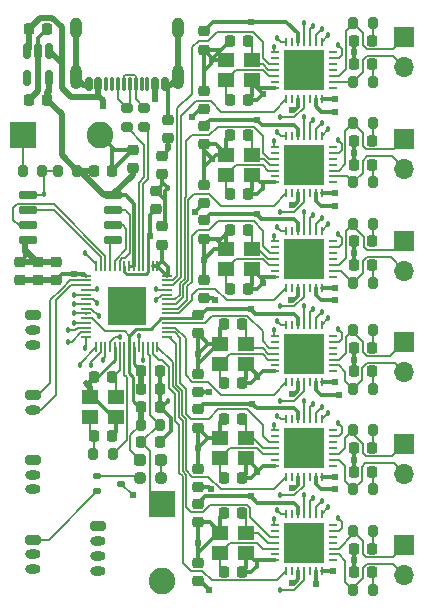
<source format=gbr>
%TF.GenerationSoftware,KiCad,Pcbnew,8.0.8*%
%TF.CreationDate,2025-02-02T13:18:11-05:00*%
%TF.ProjectId,CAN Board,43414e20-426f-4617-9264-2e6b69636164,rev?*%
%TF.SameCoordinates,Original*%
%TF.FileFunction,Copper,L1,Top*%
%TF.FilePolarity,Positive*%
%FSLAX46Y46*%
G04 Gerber Fmt 4.6, Leading zero omitted, Abs format (unit mm)*
G04 Created by KiCad (PCBNEW 8.0.8) date 2025-02-02 13:18:11*
%MOMM*%
%LPD*%
G01*
G04 APERTURE LIST*
G04 Aperture macros list*
%AMRoundRect*
0 Rectangle with rounded corners*
0 $1 Rounding radius*
0 $2 $3 $4 $5 $6 $7 $8 $9 X,Y pos of 4 corners*
0 Add a 4 corners polygon primitive as box body*
4,1,4,$2,$3,$4,$5,$6,$7,$8,$9,$2,$3,0*
0 Add four circle primitives for the rounded corners*
1,1,$1+$1,$2,$3*
1,1,$1+$1,$4,$5*
1,1,$1+$1,$6,$7*
1,1,$1+$1,$8,$9*
0 Add four rect primitives between the rounded corners*
20,1,$1+$1,$2,$3,$4,$5,0*
20,1,$1+$1,$4,$5,$6,$7,0*
20,1,$1+$1,$6,$7,$8,$9,0*
20,1,$1+$1,$8,$9,$2,$3,0*%
G04 Aperture macros list end*
%TA.AperFunction,SMDPad,CuDef*%
%ADD10RoundRect,0.225000X0.250000X-0.225000X0.250000X0.225000X-0.250000X0.225000X-0.250000X-0.225000X0*%
%TD*%
%TA.AperFunction,SMDPad,CuDef*%
%ADD11R,1.400000X1.200000*%
%TD*%
%TA.AperFunction,SMDPad,CuDef*%
%ADD12RoundRect,0.225000X0.225000X0.250000X-0.225000X0.250000X-0.225000X-0.250000X0.225000X-0.250000X0*%
%TD*%
%TA.AperFunction,SMDPad,CuDef*%
%ADD13RoundRect,0.200000X0.200000X0.275000X-0.200000X0.275000X-0.200000X-0.275000X0.200000X-0.275000X0*%
%TD*%
%TA.AperFunction,SMDPad,CuDef*%
%ADD14RoundRect,0.150000X0.150000X0.425000X-0.150000X0.425000X-0.150000X-0.425000X0.150000X-0.425000X0*%
%TD*%
%TA.AperFunction,SMDPad,CuDef*%
%ADD15RoundRect,0.075000X0.075000X0.500000X-0.075000X0.500000X-0.075000X-0.500000X0.075000X-0.500000X0*%
%TD*%
%TA.AperFunction,ComponentPad*%
%ADD16O,1.000000X2.100000*%
%TD*%
%TA.AperFunction,ComponentPad*%
%ADD17O,1.000000X1.800000*%
%TD*%
%TA.AperFunction,SMDPad,CuDef*%
%ADD18RoundRect,0.225000X-0.250000X0.225000X-0.250000X-0.225000X0.250000X-0.225000X0.250000X0.225000X0*%
%TD*%
%TA.AperFunction,SMDPad,CuDef*%
%ADD19R,0.762000X0.254000*%
%TD*%
%TA.AperFunction,SMDPad,CuDef*%
%ADD20R,0.254000X0.762000*%
%TD*%
%TA.AperFunction,SMDPad,CuDef*%
%ADD21R,3.352800X3.352800*%
%TD*%
%TA.AperFunction,SMDPad,CuDef*%
%ADD22RoundRect,0.200000X-0.200000X-0.275000X0.200000X-0.275000X0.200000X0.275000X-0.200000X0.275000X0*%
%TD*%
%TA.AperFunction,SMDPad,CuDef*%
%ADD23RoundRect,0.225000X-0.225000X-0.250000X0.225000X-0.250000X0.225000X0.250000X-0.225000X0.250000X0*%
%TD*%
%TA.AperFunction,SMDPad,CuDef*%
%ADD24RoundRect,0.200000X-0.275000X0.200000X-0.275000X-0.200000X0.275000X-0.200000X0.275000X0.200000X0*%
%TD*%
%TA.AperFunction,ComponentPad*%
%ADD25RoundRect,0.200000X-0.450000X0.200000X-0.450000X-0.200000X0.450000X-0.200000X0.450000X0.200000X0*%
%TD*%
%TA.AperFunction,ComponentPad*%
%ADD26O,1.300000X0.800000*%
%TD*%
%TA.AperFunction,ComponentPad*%
%ADD27R,1.700000X1.700000*%
%TD*%
%TA.AperFunction,ComponentPad*%
%ADD28O,1.700000X1.700000*%
%TD*%
%TA.AperFunction,SMDPad,CuDef*%
%ADD29RoundRect,0.150000X-0.650000X-0.150000X0.650000X-0.150000X0.650000X0.150000X-0.650000X0.150000X0*%
%TD*%
%TA.AperFunction,ComponentPad*%
%ADD30R,2.250000X2.250000*%
%TD*%
%TA.AperFunction,ComponentPad*%
%ADD31C,2.250000*%
%TD*%
%TA.AperFunction,SMDPad,CuDef*%
%ADD32RoundRect,0.150000X-0.150000X0.512500X-0.150000X-0.512500X0.150000X-0.512500X0.150000X0.512500X0*%
%TD*%
%TA.AperFunction,SMDPad,CuDef*%
%ADD33RoundRect,0.237500X0.287500X0.237500X-0.287500X0.237500X-0.287500X-0.237500X0.287500X-0.237500X0*%
%TD*%
%TA.AperFunction,SMDPad,CuDef*%
%ADD34RoundRect,0.050000X-0.387500X-0.050000X0.387500X-0.050000X0.387500X0.050000X-0.387500X0.050000X0*%
%TD*%
%TA.AperFunction,SMDPad,CuDef*%
%ADD35RoundRect,0.050000X-0.050000X-0.387500X0.050000X-0.387500X0.050000X0.387500X-0.050000X0.387500X0*%
%TD*%
%TA.AperFunction,HeatsinkPad*%
%ADD36R,3.200000X3.200000*%
%TD*%
%TA.AperFunction,SMDPad,CuDef*%
%ADD37RoundRect,0.237500X0.250000X0.237500X-0.250000X0.237500X-0.250000X-0.237500X0.250000X-0.237500X0*%
%TD*%
%TA.AperFunction,SMDPad,CuDef*%
%ADD38RoundRect,0.112500X-0.237500X0.112500X-0.237500X-0.112500X0.237500X-0.112500X0.237500X0.112500X0*%
%TD*%
%TA.AperFunction,ViaPad*%
%ADD39C,0.610000*%
%TD*%
%TA.AperFunction,ViaPad*%
%ADD40C,0.457200*%
%TD*%
%TA.AperFunction,Conductor*%
%ADD41C,0.152400*%
%TD*%
%TA.AperFunction,Conductor*%
%ADD42C,0.508000*%
%TD*%
%TA.AperFunction,Conductor*%
%ADD43C,0.304800*%
%TD*%
%TA.AperFunction,Conductor*%
%ADD44C,0.254000*%
%TD*%
G04 APERTURE END LIST*
D10*
%TO.P,C48,1*%
%TO.N,+5V*%
X43000000Y-52275000D03*
%TO.P,C48,2*%
%TO.N,GND*%
X43000000Y-50725000D03*
%TD*%
D11*
%TO.P,Y7,1,1*%
%TO.N,/CAN Output 6/OSC1*%
X44900000Y-57850000D03*
%TO.P,Y7,2,2*%
%TO.N,GND*%
X47100000Y-57850000D03*
%TO.P,Y7,3,3*%
%TO.N,/CAN Output 6/OSC2*%
X47100000Y-56150000D03*
%TO.P,Y7,4,4*%
%TO.N,GND*%
X44900000Y-56150000D03*
%TD*%
D12*
%TO.P,C54,1*%
%TO.N,/CAN Output 6/OSC2*%
X46775000Y-54500000D03*
%TO.P,C54,2*%
%TO.N,GND*%
X45225000Y-54500000D03*
%TD*%
D13*
%TO.P,R2,1*%
%TO.N,/XOUT*%
X35825000Y-49500000D03*
%TO.P,R2,2*%
%TO.N,Net-(C2-Pad1)*%
X34175000Y-49500000D03*
%TD*%
D10*
%TO.P,C34,1*%
%TO.N,+5V*%
X43500000Y-36275000D03*
%TO.P,C34,2*%
%TO.N,GND*%
X43500000Y-34725000D03*
%TD*%
D14*
%TO.P,J3,A1,GND*%
%TO.N,GND*%
X40200000Y-18180000D03*
%TO.P,J3,A4,VBUS*%
%TO.N,+5V*%
X39400000Y-18180000D03*
D15*
%TO.P,J3,A5,CC1*%
%TO.N,unconnected-(J3-CC1-PadA5)*%
X38250000Y-18180000D03*
%TO.P,J3,A6,D+*%
%TO.N,D+*%
X37250000Y-18180000D03*
%TO.P,J3,A7,D-*%
%TO.N,D-*%
X36750000Y-18180000D03*
%TO.P,J3,A8,SBU1*%
%TO.N,unconnected-(J3-SBU1-PadA8)*%
X35750000Y-18180000D03*
D14*
%TO.P,J3,A9,VBUS*%
%TO.N,+5V*%
X34600000Y-18180000D03*
%TO.P,J3,A12,GND*%
%TO.N,GND*%
X33800000Y-18180000D03*
%TO.P,J3,B1,GND*%
X33800000Y-18180000D03*
%TO.P,J3,B4,VBUS*%
%TO.N,+5V*%
X34600000Y-18180000D03*
D15*
%TO.P,J3,B5,CC2*%
%TO.N,unconnected-(J3-CC2-PadB5)*%
X35250000Y-18180000D03*
%TO.P,J3,B6,D+*%
%TO.N,D+*%
X36250000Y-18180000D03*
%TO.P,J3,B7,D-*%
%TO.N,D-*%
X37750000Y-18180000D03*
%TO.P,J3,B8,SBU2*%
%TO.N,unconnected-(J3-SBU2-PadB8)*%
X38750000Y-18180000D03*
D14*
%TO.P,J3,B9,VBUS*%
%TO.N,+5V*%
X39400000Y-18180000D03*
%TO.P,J3,B12,GND*%
%TO.N,GND*%
X40200000Y-18180000D03*
D16*
%TO.P,J3,S1,SHIELD*%
X41320000Y-17605000D03*
D17*
X41320000Y-13425000D03*
D16*
X32680000Y-17605000D03*
D17*
X32680000Y-13425000D03*
%TD*%
D18*
%TO.P,C56,1*%
%TO.N,+3V3*%
X43000000Y-53725000D03*
%TO.P,C56,2*%
%TO.N,GND*%
X43000000Y-55275000D03*
%TD*%
D11*
%TO.P,Y1,1,1*%
%TO.N,Net-(C2-Pad1)*%
X33900000Y-46350000D03*
%TO.P,Y1,2,2*%
%TO.N,GND*%
X36100000Y-46350000D03*
%TO.P,Y1,3,3*%
%TO.N,/XIN*%
X36100000Y-44650000D03*
%TO.P,Y1,4,4*%
%TO.N,GND*%
X33900000Y-44650000D03*
%TD*%
D19*
%TO.P,U8,1,RXCAN*%
%TO.N,Net-(U8-RXCAN)*%
X49574300Y-47500000D03*
%TO.P,U8,2,CLKO/SOF*%
%TO.N,unconnected-(U8-CLKO{slash}SOF-Pad2)*%
X49574300Y-47999999D03*
%TO.P,U8,3,nINT*%
%TO.N,CAN5 INT*%
X49574300Y-48500001D03*
%TO.P,U8,4,OSC2*%
%TO.N,/CAN Output 5/OSC2*%
X49574300Y-49000000D03*
%TO.P,U8,5,OSC1*%
%TO.N,/CAN Output 5/OSC1*%
X49574300Y-49499999D03*
%TO.P,U8,6,NC*%
%TO.N,unconnected-(U8-NC-Pad6)*%
X49574300Y-50000001D03*
%TO.P,U8,7,VSS*%
%TO.N,GND*%
X49574300Y-50500000D03*
D20*
%TO.P,U8,8,nINT1/GPIO1*%
%TO.N,CAN5 INT1*%
X50500000Y-51425700D03*
%TO.P,U8,9,nINT0/GPIO0/XSTBY*%
%TO.N,unconnected-(U8-nINT0{slash}GPIO0{slash}XSTBY-Pad9)*%
X50999999Y-51425700D03*
%TO.P,U8,10,GND*%
%TO.N,GND*%
X51500001Y-51425700D03*
%TO.P,U8,11,RXD*%
%TO.N,Net-(U8-RXCAN)*%
X52000000Y-51425700D03*
%TO.P,U8,12,NC*%
%TO.N,unconnected-(U8-NC-Pad12)*%
X52499999Y-51425700D03*
%TO.P,U8,13,VCC*%
%TO.N,+5V*%
X53000001Y-51425700D03*
%TO.P,U8,14,VIO*%
%TO.N,+3V3*%
X53500000Y-51425700D03*
D19*
%TO.P,U8,15,NC*%
%TO.N,unconnected-(U8-NC-Pad15)*%
X54425700Y-50500000D03*
%TO.P,U8,16,CANL*%
%TO.N,CAN5L*%
X54425700Y-50000001D03*
%TO.P,U8,17,CANH*%
%TO.N,CAN5H*%
X54425700Y-49499999D03*
%TO.P,U8,18,STBY*%
%TO.N,unconnected-(U8-STBY-Pad18)*%
X54425700Y-49000000D03*
%TO.P,U8,19,NC*%
%TO.N,unconnected-(U8-NC-Pad19)*%
X54425700Y-48500001D03*
%TO.P,U8,20,TXD*%
%TO.N,Net-(U8-TXCAN)*%
X54425700Y-47999999D03*
%TO.P,U8,21,NC*%
%TO.N,unconnected-(U8-NC-Pad21)*%
X54425700Y-47500000D03*
D20*
%TO.P,U8,22,SCK*%
%TO.N,SPI0 SCK*%
X53500000Y-46574300D03*
%TO.P,U8,23,SDI*%
%TO.N,SPI0 TX*%
X53000001Y-46574300D03*
%TO.P,U8,24,SDO*%
%TO.N,SPI0 RX*%
X52499999Y-46574300D03*
%TO.P,U8,25,nCS*%
%TO.N,SPI0 5CS*%
X52000000Y-46574300D03*
%TO.P,U8,26,VDD*%
%TO.N,+3V3*%
X51500001Y-46574300D03*
%TO.P,U8,27,NC*%
%TO.N,unconnected-(U8-NC-Pad27)*%
X50999999Y-46574300D03*
%TO.P,U8,28,TXCAN*%
%TO.N,Net-(U8-TXCAN)*%
X50500000Y-46574300D03*
D21*
%TO.P,U8,29,EP*%
%TO.N,unconnected-(U8-EP-Pad29)*%
X52000000Y-49000000D03*
%TD*%
D22*
%TO.P,R12,1*%
%TO.N,CAN3H*%
X56175000Y-30000000D03*
%TO.P,R12,2*%
%TO.N,Net-(C37-Pad1)*%
X57825000Y-30000000D03*
%TD*%
D10*
%TO.P,C11,1*%
%TO.N,+3V3*%
X28000000Y-34775000D03*
%TO.P,C11,2*%
%TO.N,GND*%
X28000000Y-33225000D03*
%TD*%
D12*
%TO.P,C51,1*%
%TO.N,Net-(C51-Pad1)*%
X57775000Y-49000000D03*
%TO.P,C51,2*%
%TO.N,GND*%
X56225000Y-49000000D03*
%TD*%
D10*
%TO.P,C41,1*%
%TO.N,+5V*%
X43000000Y-44275000D03*
%TO.P,C41,2*%
%TO.N,GND*%
X43000000Y-42725000D03*
%TD*%
%TO.P,C8,1*%
%TO.N,+3V3*%
X37500000Y-25275000D03*
%TO.P,C8,2*%
%TO.N,GND*%
X37500000Y-23725000D03*
%TD*%
D23*
%TO.P,C9,1*%
%TO.N,+3V3*%
X34225000Y-25500000D03*
%TO.P,C9,2*%
%TO.N,GND*%
X35775000Y-25500000D03*
%TD*%
D10*
%TO.P,C13,1*%
%TO.N,+3V3*%
X31000000Y-34775000D03*
%TO.P,C13,2*%
%TO.N,GND*%
X31000000Y-33225000D03*
%TD*%
D24*
%TO.P,R4,1*%
%TO.N,D-*%
X38500000Y-20175000D03*
%TO.P,R4,2*%
%TO.N,/ucd-*%
X38500000Y-21825000D03*
%TD*%
D12*
%TO.P,C33,1*%
%TO.N,/CAN Output 3/OSC2*%
X47275000Y-30500000D03*
%TO.P,C33,2*%
%TO.N,GND*%
X45725000Y-30500000D03*
%TD*%
D23*
%TO.P,C25,1*%
%TO.N,/CAN Output 2/OSC1*%
X45725000Y-27500000D03*
%TO.P,C25,2*%
%TO.N,GND*%
X47275000Y-27500000D03*
%TD*%
D25*
%TO.P,J2,1,Pin_1*%
%TO.N,SPI1 TX*%
X34550000Y-55625000D03*
D26*
%TO.P,J2,2,Pin_2*%
%TO.N,SPI1 RX*%
X34550000Y-56875000D03*
%TO.P,J2,3,Pin_3*%
%TO.N,SPI1 CSn*%
X34550000Y-58125000D03*
%TO.P,J2,4,Pin_4*%
%TO.N,SPI1 SCK*%
X34550000Y-59375000D03*
%TD*%
D12*
%TO.P,C22,1*%
%TO.N,Net-(C22-Pad1)*%
X57775000Y-16500000D03*
%TO.P,C22,2*%
%TO.N,GND*%
X56225000Y-16500000D03*
%TD*%
D23*
%TO.P,C53,1*%
%TO.N,/CAN Output 6/OSC1*%
X45225000Y-59500000D03*
%TO.P,C53,2*%
%TO.N,GND*%
X46775000Y-59500000D03*
%TD*%
D19*
%TO.P,U4,1,RXCAN*%
%TO.N,Net-(U4-RXCAN)*%
X49574300Y-15500000D03*
%TO.P,U4,2,CLKO/SOF*%
%TO.N,unconnected-(U4-CLKO{slash}SOF-Pad2)*%
X49574300Y-15999999D03*
%TO.P,U4,3,nINT*%
%TO.N,CAN1 INT*%
X49574300Y-16500001D03*
%TO.P,U4,4,OSC2*%
%TO.N,/CAN Output 1/OSC2*%
X49574300Y-17000000D03*
%TO.P,U4,5,OSC1*%
%TO.N,/CAN Output 1/OSC1*%
X49574300Y-17499999D03*
%TO.P,U4,6,NC*%
%TO.N,unconnected-(U4-NC-Pad6)*%
X49574300Y-18000001D03*
%TO.P,U4,7,VSS*%
%TO.N,GND*%
X49574300Y-18500000D03*
D20*
%TO.P,U4,8,nINT1/GPIO1*%
%TO.N,CAN1 INT1*%
X50500000Y-19425700D03*
%TO.P,U4,9,nINT0/GPIO0/XSTBY*%
%TO.N,unconnected-(U4-nINT0{slash}GPIO0{slash}XSTBY-Pad9)*%
X50999999Y-19425700D03*
%TO.P,U4,10,GND*%
%TO.N,GND*%
X51500001Y-19425700D03*
%TO.P,U4,11,RXD*%
%TO.N,Net-(U4-RXCAN)*%
X52000000Y-19425700D03*
%TO.P,U4,12,NC*%
%TO.N,unconnected-(U4-NC-Pad12)*%
X52499999Y-19425700D03*
%TO.P,U4,13,VCC*%
%TO.N,+5V*%
X53000001Y-19425700D03*
%TO.P,U4,14,VIO*%
%TO.N,+3V3*%
X53500000Y-19425700D03*
D19*
%TO.P,U4,15,NC*%
%TO.N,unconnected-(U4-NC-Pad15)*%
X54425700Y-18500000D03*
%TO.P,U4,16,CANL*%
%TO.N,CAN1L*%
X54425700Y-18000001D03*
%TO.P,U4,17,CANH*%
%TO.N,CAN1H*%
X54425700Y-17499999D03*
%TO.P,U4,18,STBY*%
%TO.N,unconnected-(U4-STBY-Pad18)*%
X54425700Y-17000000D03*
%TO.P,U4,19,NC*%
%TO.N,unconnected-(U4-NC-Pad19)*%
X54425700Y-16500001D03*
%TO.P,U4,20,TXD*%
%TO.N,Net-(U4-TXCAN)*%
X54425700Y-15999999D03*
%TO.P,U4,21,NC*%
%TO.N,unconnected-(U4-NC-Pad21)*%
X54425700Y-15500000D03*
D20*
%TO.P,U4,22,SCK*%
%TO.N,SPI0 SCK*%
X53500000Y-14574300D03*
%TO.P,U4,23,SDI*%
%TO.N,SPI0 TX*%
X53000001Y-14574300D03*
%TO.P,U4,24,SDO*%
%TO.N,SPI0 RX*%
X52499999Y-14574300D03*
%TO.P,U4,25,nCS*%
%TO.N,SPI0 1CS*%
X52000000Y-14574300D03*
%TO.P,U4,26,VDD*%
%TO.N,+3V3*%
X51500001Y-14574300D03*
%TO.P,U4,27,NC*%
%TO.N,unconnected-(U4-NC-Pad27)*%
X50999999Y-14574300D03*
%TO.P,U4,28,TXCAN*%
%TO.N,Net-(U4-TXCAN)*%
X50500000Y-14574300D03*
D21*
%TO.P,U4,29,EP*%
%TO.N,unconnected-(U4-EP-Pad29)*%
X52000000Y-17000000D03*
%TD*%
D23*
%TO.P,C32,1*%
%TO.N,/CAN Output 3/OSC1*%
X45725000Y-35500000D03*
%TO.P,C32,2*%
%TO.N,GND*%
X47275000Y-35500000D03*
%TD*%
D10*
%TO.P,C27,1*%
%TO.N,+5V*%
X43500000Y-28275000D03*
%TO.P,C27,2*%
%TO.N,GND*%
X43500000Y-26725000D03*
%TD*%
D11*
%TO.P,Y3,1,1*%
%TO.N,/CAN Output 2/OSC1*%
X45400000Y-25850000D03*
%TO.P,Y3,2,2*%
%TO.N,GND*%
X47600000Y-25850000D03*
%TO.P,Y3,3,3*%
%TO.N,/CAN Output 2/OSC2*%
X47600000Y-24150000D03*
%TO.P,Y3,4,4*%
%TO.N,GND*%
X45400000Y-24150000D03*
%TD*%
D12*
%TO.P,C36,1*%
%TO.N,Net-(C36-Pad1)*%
X57775000Y-33500000D03*
%TO.P,C36,2*%
%TO.N,GND*%
X56225000Y-33500000D03*
%TD*%
%TO.P,C40,1*%
%TO.N,/CAN Output 4/OSC2*%
X46775000Y-38500000D03*
%TO.P,C40,2*%
%TO.N,GND*%
X45225000Y-38500000D03*
%TD*%
D22*
%TO.P,R15,1*%
%TO.N,CAN5L*%
X56175000Y-52500000D03*
%TO.P,R15,2*%
%TO.N,Net-(C50-Pad1)*%
X57825000Y-52500000D03*
%TD*%
D12*
%TO.P,C43,1*%
%TO.N,Net-(C43-Pad1)*%
X57775000Y-42500000D03*
%TO.P,C43,2*%
%TO.N,GND*%
X56225000Y-42500000D03*
%TD*%
D19*
%TO.P,U9,1,RXCAN*%
%TO.N,Net-(U9-RXCAN)*%
X49574300Y-55500000D03*
%TO.P,U9,2,CLKO/SOF*%
%TO.N,unconnected-(U9-CLKO{slash}SOF-Pad2)*%
X49574300Y-55999999D03*
%TO.P,U9,3,nINT*%
%TO.N,CAN6 INT*%
X49574300Y-56500001D03*
%TO.P,U9,4,OSC2*%
%TO.N,/CAN Output 6/OSC2*%
X49574300Y-57000000D03*
%TO.P,U9,5,OSC1*%
%TO.N,/CAN Output 6/OSC1*%
X49574300Y-57499999D03*
%TO.P,U9,6,NC*%
%TO.N,unconnected-(U9-NC-Pad6)*%
X49574300Y-58000001D03*
%TO.P,U9,7,VSS*%
%TO.N,GND*%
X49574300Y-58500000D03*
D20*
%TO.P,U9,8,nINT1/GPIO1*%
%TO.N,CAN6 INT1*%
X50500000Y-59425700D03*
%TO.P,U9,9,nINT0/GPIO0/XSTBY*%
%TO.N,unconnected-(U9-nINT0{slash}GPIO0{slash}XSTBY-Pad9)*%
X50999999Y-59425700D03*
%TO.P,U9,10,GND*%
%TO.N,GND*%
X51500001Y-59425700D03*
%TO.P,U9,11,RXD*%
%TO.N,Net-(U9-RXCAN)*%
X52000000Y-59425700D03*
%TO.P,U9,12,NC*%
%TO.N,unconnected-(U9-NC-Pad12)*%
X52499999Y-59425700D03*
%TO.P,U9,13,VCC*%
%TO.N,+5V*%
X53000001Y-59425700D03*
%TO.P,U9,14,VIO*%
%TO.N,+3V3*%
X53500000Y-59425700D03*
D19*
%TO.P,U9,15,NC*%
%TO.N,unconnected-(U9-NC-Pad15)*%
X54425700Y-58500000D03*
%TO.P,U9,16,CANL*%
%TO.N,CAN6L*%
X54425700Y-58000001D03*
%TO.P,U9,17,CANH*%
%TO.N,CAN6H*%
X54425700Y-57499999D03*
%TO.P,U9,18,STBY*%
%TO.N,unconnected-(U9-STBY-Pad18)*%
X54425700Y-57000000D03*
%TO.P,U9,19,NC*%
%TO.N,unconnected-(U9-NC-Pad19)*%
X54425700Y-56500001D03*
%TO.P,U9,20,TXD*%
%TO.N,Net-(U9-TXCAN)*%
X54425700Y-55999999D03*
%TO.P,U9,21,NC*%
%TO.N,unconnected-(U9-NC-Pad21)*%
X54425700Y-55500000D03*
D20*
%TO.P,U9,22,SCK*%
%TO.N,SPI0 SCK*%
X53500000Y-54574300D03*
%TO.P,U9,23,SDI*%
%TO.N,SPI0 TX*%
X53000001Y-54574300D03*
%TO.P,U9,24,SDO*%
%TO.N,SPI0 RX*%
X52499999Y-54574300D03*
%TO.P,U9,25,nCS*%
%TO.N,SPI0 6CS*%
X52000000Y-54574300D03*
%TO.P,U9,26,VDD*%
%TO.N,+3V3*%
X51500001Y-54574300D03*
%TO.P,U9,27,NC*%
%TO.N,unconnected-(U9-NC-Pad27)*%
X50999999Y-54574300D03*
%TO.P,U9,28,TXCAN*%
%TO.N,Net-(U9-TXCAN)*%
X50500000Y-54574300D03*
D21*
%TO.P,U9,29,EP*%
%TO.N,unconnected-(U9-EP-Pad29)*%
X52000000Y-57000000D03*
%TD*%
D19*
%TO.P,U7,1,RXCAN*%
%TO.N,Net-(U7-RXCAN)*%
X49574300Y-39500000D03*
%TO.P,U7,2,CLKO/SOF*%
%TO.N,unconnected-(U7-CLKO{slash}SOF-Pad2)*%
X49574300Y-39999999D03*
%TO.P,U7,3,nINT*%
%TO.N,CAN4 INT*%
X49574300Y-40500001D03*
%TO.P,U7,4,OSC2*%
%TO.N,/CAN Output 4/OSC2*%
X49574300Y-41000000D03*
%TO.P,U7,5,OSC1*%
%TO.N,/CAN Output 4/OSC1*%
X49574300Y-41499999D03*
%TO.P,U7,6,NC*%
%TO.N,unconnected-(U7-NC-Pad6)*%
X49574300Y-42000001D03*
%TO.P,U7,7,VSS*%
%TO.N,GND*%
X49574300Y-42500000D03*
D20*
%TO.P,U7,8,nINT1/GPIO1*%
%TO.N,CAN4 INT1*%
X50500000Y-43425700D03*
%TO.P,U7,9,nINT0/GPIO0/XSTBY*%
%TO.N,unconnected-(U7-nINT0{slash}GPIO0{slash}XSTBY-Pad9)*%
X50999999Y-43425700D03*
%TO.P,U7,10,GND*%
%TO.N,GND*%
X51500001Y-43425700D03*
%TO.P,U7,11,RXD*%
%TO.N,Net-(U7-RXCAN)*%
X52000000Y-43425700D03*
%TO.P,U7,12,NC*%
%TO.N,unconnected-(U7-NC-Pad12)*%
X52499999Y-43425700D03*
%TO.P,U7,13,VCC*%
%TO.N,+5V*%
X53000001Y-43425700D03*
%TO.P,U7,14,VIO*%
%TO.N,+3V3*%
X53500000Y-43425700D03*
D19*
%TO.P,U7,15,NC*%
%TO.N,unconnected-(U7-NC-Pad15)*%
X54425700Y-42500000D03*
%TO.P,U7,16,CANL*%
%TO.N,CAN4L*%
X54425700Y-42000001D03*
%TO.P,U7,17,CANH*%
%TO.N,CAN4H*%
X54425700Y-41499999D03*
%TO.P,U7,18,STBY*%
%TO.N,unconnected-(U7-STBY-Pad18)*%
X54425700Y-41000000D03*
%TO.P,U7,19,NC*%
%TO.N,unconnected-(U7-NC-Pad19)*%
X54425700Y-40500001D03*
%TO.P,U7,20,TXD*%
%TO.N,Net-(U7-TXCAN)*%
X54425700Y-39999999D03*
%TO.P,U7,21,NC*%
%TO.N,unconnected-(U7-NC-Pad21)*%
X54425700Y-39500000D03*
D20*
%TO.P,U7,22,SCK*%
%TO.N,SPI0 SCK*%
X53500000Y-38574300D03*
%TO.P,U7,23,SDI*%
%TO.N,SPI0 TX*%
X53000001Y-38574300D03*
%TO.P,U7,24,SDO*%
%TO.N,SPI0 RX*%
X52499999Y-38574300D03*
%TO.P,U7,25,nCS*%
%TO.N,SPI0 4CS*%
X52000000Y-38574300D03*
%TO.P,U7,26,VDD*%
%TO.N,+3V3*%
X51500001Y-38574300D03*
%TO.P,U7,27,NC*%
%TO.N,unconnected-(U7-NC-Pad27)*%
X50999999Y-38574300D03*
%TO.P,U7,28,TXCAN*%
%TO.N,Net-(U7-TXCAN)*%
X50500000Y-38574300D03*
D21*
%TO.P,U7,29,EP*%
%TO.N,unconnected-(U7-EP-Pad29)*%
X52000000Y-41000000D03*
%TD*%
D27*
%TO.P,J8,1,Pin_1*%
%TO.N,CAN5H*%
X60500000Y-48625000D03*
D28*
%TO.P,J8,2,Pin_2*%
%TO.N,CAN5L*%
X60500000Y-51165000D03*
%TD*%
D22*
%TO.P,R18,1*%
%TO.N,CAN6H*%
X56175000Y-56000000D03*
%TO.P,R18,2*%
%TO.N,Net-(C58-Pad1)*%
X57825000Y-56000000D03*
%TD*%
D10*
%TO.P,C12,1*%
%TO.N,+3V3*%
X29500000Y-34775000D03*
%TO.P,C12,2*%
%TO.N,GND*%
X29500000Y-33225000D03*
%TD*%
D22*
%TO.P,R9,1*%
%TO.N,CAN2L*%
X56175000Y-26500000D03*
%TO.P,R9,2*%
%TO.N,Net-(C29-Pad1)*%
X57825000Y-26500000D03*
%TD*%
D10*
%TO.P,C7,1*%
%TO.N,+3V3*%
X40000000Y-31775000D03*
%TO.P,C7,2*%
%TO.N,GND*%
X40000000Y-30225000D03*
%TD*%
D29*
%TO.P,U2,1,~{CS}*%
%TO.N,/QSPI_SS*%
X28650000Y-27595000D03*
%TO.P,U2,2,DO(IO1)*%
%TO.N,/QSPI_SD1*%
X28650000Y-28865000D03*
%TO.P,U2,3,IO2*%
%TO.N,/QSPI_SD2*%
X28650000Y-30135000D03*
%TO.P,U2,4,GND*%
%TO.N,GND*%
X28650000Y-31405000D03*
%TO.P,U2,5,DI(IO0)*%
%TO.N,/QSPI_SD0*%
X35850000Y-31405000D03*
%TO.P,U2,6,CLK*%
%TO.N,/QSPI_SCLK*%
X35850000Y-30135000D03*
%TO.P,U2,7,IO3*%
%TO.N,/QSPI_SD3*%
X35850000Y-28865000D03*
%TO.P,U2,8,VCC*%
%TO.N,+3V3*%
X35850000Y-27595000D03*
%TD*%
D22*
%TO.P,R7,1*%
%TO.N,CAN1L*%
X56175000Y-18000000D03*
%TO.P,R7,2*%
%TO.N,Net-(C22-Pad1)*%
X57825000Y-18000000D03*
%TD*%
D23*
%TO.P,C18,1*%
%TO.N,/CAN Output 1/OSC1*%
X45725000Y-19500000D03*
%TO.P,C18,2*%
%TO.N,GND*%
X47275000Y-19500000D03*
%TD*%
D11*
%TO.P,Y5,1,1*%
%TO.N,/CAN Output 4/OSC1*%
X44900000Y-41850000D03*
%TO.P,Y5,2,2*%
%TO.N,GND*%
X47100000Y-41850000D03*
%TO.P,Y5,3,3*%
%TO.N,/CAN Output 4/OSC2*%
X47100000Y-40150000D03*
%TO.P,Y5,4,4*%
%TO.N,GND*%
X44900000Y-40150000D03*
%TD*%
D12*
%TO.P,C50,1*%
%TO.N,Net-(C50-Pad1)*%
X57775000Y-51000000D03*
%TO.P,C50,2*%
%TO.N,GND*%
X56225000Y-51000000D03*
%TD*%
D13*
%TO.P,R6,1*%
%TO.N,+3V3*%
X32825000Y-25500000D03*
%TO.P,R6,2*%
%TO.N,/QSPI_SS*%
X31175000Y-25500000D03*
%TD*%
D30*
%TO.P,SW2,1,1*%
%TO.N,Net-(R5-Pad2)*%
X28250000Y-22500000D03*
D31*
%TO.P,SW2,2,2*%
%TO.N,GND*%
X34750000Y-22500000D03*
%TD*%
D18*
%TO.P,C15,1*%
%TO.N,+3V3*%
X40000000Y-24225000D03*
%TO.P,C15,2*%
%TO.N,GND*%
X40000000Y-25775000D03*
%TD*%
D27*
%TO.P,J7,1,Pin_1*%
%TO.N,CAN4H*%
X60500000Y-40025000D03*
D28*
%TO.P,J7,2,Pin_2*%
%TO.N,CAN4L*%
X60500000Y-42565000D03*
%TD*%
D11*
%TO.P,Y4,1,1*%
%TO.N,/CAN Output 3/OSC1*%
X45400000Y-33850000D03*
%TO.P,Y4,2,2*%
%TO.N,GND*%
X47600000Y-33850000D03*
%TO.P,Y4,3,3*%
%TO.N,/CAN Output 3/OSC2*%
X47600000Y-32150000D03*
%TO.P,Y4,4,4*%
%TO.N,GND*%
X45400000Y-32150000D03*
%TD*%
D18*
%TO.P,C42,1*%
%TO.N,+3V3*%
X43000000Y-37725000D03*
%TO.P,C42,2*%
%TO.N,GND*%
X43000000Y-39275000D03*
%TD*%
D19*
%TO.P,U6,1,RXCAN*%
%TO.N,Net-(U6-RXCAN)*%
X49574300Y-31500000D03*
%TO.P,U6,2,CLKO/SOF*%
%TO.N,unconnected-(U6-CLKO{slash}SOF-Pad2)*%
X49574300Y-31999999D03*
%TO.P,U6,3,nINT*%
%TO.N,CAN3 INT*%
X49574300Y-32500001D03*
%TO.P,U6,4,OSC2*%
%TO.N,/CAN Output 3/OSC2*%
X49574300Y-33000000D03*
%TO.P,U6,5,OSC1*%
%TO.N,/CAN Output 3/OSC1*%
X49574300Y-33499999D03*
%TO.P,U6,6,NC*%
%TO.N,unconnected-(U6-NC-Pad6)*%
X49574300Y-34000001D03*
%TO.P,U6,7,VSS*%
%TO.N,GND*%
X49574300Y-34500000D03*
D20*
%TO.P,U6,8,nINT1/GPIO1*%
%TO.N,CAN3 INT1*%
X50500000Y-35425700D03*
%TO.P,U6,9,nINT0/GPIO0/XSTBY*%
%TO.N,unconnected-(U6-nINT0{slash}GPIO0{slash}XSTBY-Pad9)*%
X50999999Y-35425700D03*
%TO.P,U6,10,GND*%
%TO.N,GND*%
X51500001Y-35425700D03*
%TO.P,U6,11,RXD*%
%TO.N,Net-(U6-RXCAN)*%
X52000000Y-35425700D03*
%TO.P,U6,12,NC*%
%TO.N,unconnected-(U6-NC-Pad12)*%
X52499999Y-35425700D03*
%TO.P,U6,13,VCC*%
%TO.N,+5V*%
X53000001Y-35425700D03*
%TO.P,U6,14,VIO*%
%TO.N,+3V3*%
X53500000Y-35425700D03*
D19*
%TO.P,U6,15,NC*%
%TO.N,unconnected-(U6-NC-Pad15)*%
X54425700Y-34500000D03*
%TO.P,U6,16,CANL*%
%TO.N,CAN3L*%
X54425700Y-34000001D03*
%TO.P,U6,17,CANH*%
%TO.N,CAN3H*%
X54425700Y-33499999D03*
%TO.P,U6,18,STBY*%
%TO.N,unconnected-(U6-STBY-Pad18)*%
X54425700Y-33000000D03*
%TO.P,U6,19,NC*%
%TO.N,unconnected-(U6-NC-Pad19)*%
X54425700Y-32500001D03*
%TO.P,U6,20,TXD*%
%TO.N,Net-(U6-TXCAN)*%
X54425700Y-31999999D03*
%TO.P,U6,21,NC*%
%TO.N,unconnected-(U6-NC-Pad21)*%
X54425700Y-31500000D03*
D20*
%TO.P,U6,22,SCK*%
%TO.N,SPI0 SCK*%
X53500000Y-30574300D03*
%TO.P,U6,23,SDI*%
%TO.N,SPI0 TX*%
X53000001Y-30574300D03*
%TO.P,U6,24,SDO*%
%TO.N,SPI0 RX*%
X52499999Y-30574300D03*
%TO.P,U6,25,nCS*%
%TO.N,SPI0 3CS*%
X52000000Y-30574300D03*
%TO.P,U6,26,VDD*%
%TO.N,+3V3*%
X51500001Y-30574300D03*
%TO.P,U6,27,NC*%
%TO.N,unconnected-(U6-NC-Pad27)*%
X50999999Y-30574300D03*
%TO.P,U6,28,TXCAN*%
%TO.N,Net-(U6-TXCAN)*%
X50500000Y-30574300D03*
D21*
%TO.P,U6,29,EP*%
%TO.N,unconnected-(U6-EP-Pad29)*%
X52000000Y-33000000D03*
%TD*%
D12*
%TO.P,C19,1*%
%TO.N,/CAN Output 1/OSC2*%
X47275000Y-14500000D03*
%TO.P,C19,2*%
%TO.N,GND*%
X45725000Y-14500000D03*
%TD*%
%TO.P,C30,1*%
%TO.N,Net-(C30-Pad1)*%
X57775000Y-23000000D03*
%TO.P,C30,2*%
%TO.N,GND*%
X56225000Y-23000000D03*
%TD*%
%TO.P,C17,1*%
%TO.N,+3V3*%
X30275000Y-19500000D03*
%TO.P,C17,2*%
%TO.N,GND*%
X28725000Y-19500000D03*
%TD*%
%TO.P,C23,1*%
%TO.N,Net-(C23-Pad1)*%
X57775000Y-14500000D03*
%TO.P,C23,2*%
%TO.N,GND*%
X56225000Y-14500000D03*
%TD*%
D18*
%TO.P,C35,1*%
%TO.N,+3V3*%
X43500000Y-29725000D03*
%TO.P,C35,2*%
%TO.N,GND*%
X43500000Y-31275000D03*
%TD*%
D23*
%TO.P,C3,1*%
%TO.N,RUN*%
X38225000Y-48500000D03*
%TO.P,C3,2*%
%TO.N,GND*%
X39775000Y-48500000D03*
%TD*%
D12*
%TO.P,C26,1*%
%TO.N,/CAN Output 2/OSC2*%
X47275000Y-22500000D03*
%TO.P,C26,2*%
%TO.N,GND*%
X45725000Y-22500000D03*
%TD*%
D10*
%TO.P,C20,1*%
%TO.N,+5V*%
X43500000Y-20275000D03*
%TO.P,C20,2*%
%TO.N,GND*%
X43500000Y-18725000D03*
%TD*%
D32*
%TO.P,U3,1,VIN*%
%TO.N,+5V*%
X30450000Y-15362500D03*
%TO.P,U3,2,GND*%
%TO.N,GND*%
X29500000Y-15362500D03*
%TO.P,U3,3,EN*%
%TO.N,+5V*%
X28550000Y-15362500D03*
%TO.P,U3,4,NC*%
%TO.N,unconnected-(U3-NC-Pad4)*%
X28550000Y-17637500D03*
%TO.P,U3,5,VOUT*%
%TO.N,+3V3*%
X30450000Y-17637500D03*
%TD*%
D12*
%TO.P,C57,1*%
%TO.N,Net-(C57-Pad1)*%
X57775000Y-59500000D03*
%TO.P,C57,2*%
%TO.N,GND*%
X56225000Y-59500000D03*
%TD*%
D23*
%TO.P,C39,1*%
%TO.N,/CAN Output 4/OSC1*%
X45225000Y-43500000D03*
%TO.P,C39,2*%
%TO.N,GND*%
X46775000Y-43500000D03*
%TD*%
D22*
%TO.P,R1,1*%
%TO.N,+3V3*%
X38175000Y-47000000D03*
%TO.P,R1,2*%
%TO.N,RUN*%
X39825000Y-47000000D03*
%TD*%
D33*
%TO.P,D1,1,K*%
%TO.N,Net-(D1-K)*%
X39875000Y-50000000D03*
%TO.P,D1,2,A*%
%TO.N,+3V3*%
X38125000Y-50000000D03*
%TD*%
D23*
%TO.P,C2,1*%
%TO.N,Net-(C2-Pad1)*%
X34225000Y-48000000D03*
%TO.P,C2,2*%
%TO.N,GND*%
X35775000Y-48000000D03*
%TD*%
D34*
%TO.P,U1,1,IOVDD*%
%TO.N,+3V3*%
X33562500Y-34400000D03*
%TO.P,U1,2,GPIO0*%
%TO.N,TX0*%
X33562500Y-34800000D03*
%TO.P,U1,3,GPIO1*%
%TO.N,RX0*%
X33562500Y-35200000D03*
%TO.P,U1,4,GPIO2*%
%TO.N,SPI0 SCK*%
X33562500Y-35600000D03*
%TO.P,U1,5,GPIO3*%
%TO.N,SPI0 TX*%
X33562500Y-36000000D03*
%TO.P,U1,6,GPIO4*%
%TO.N,SPI0 RX*%
X33562500Y-36400000D03*
%TO.P,U1,7,GPIO5*%
%TO.N,SPI0 1CS*%
X33562500Y-36800000D03*
%TO.P,U1,8,GPIO6*%
%TO.N,SPI0 2CS*%
X33562500Y-37200000D03*
%TO.P,U1,9,GPIO7*%
%TO.N,SPI0 3CS*%
X33562500Y-37600000D03*
%TO.P,U1,10,IOVDD*%
%TO.N,+3V3*%
X33562500Y-38000000D03*
%TO.P,U1,11,GPIO8*%
%TO.N,SPI0 4CS*%
X33562500Y-38400000D03*
%TO.P,U1,12,GPIO9*%
%TO.N,SPI0 5CS*%
X33562500Y-38800000D03*
%TO.P,U1,13,GPIO10*%
%TO.N,SPI0 6CS*%
X33562500Y-39200000D03*
%TO.P,U1,14,GPIO11*%
%TO.N,SPI1 TX*%
X33562500Y-39600000D03*
D35*
%TO.P,U1,15,GPIO12*%
%TO.N,SPI1 RX*%
X34400000Y-40437500D03*
%TO.P,U1,16,GPIO13*%
%TO.N,SPI1 CSn*%
X34800000Y-40437500D03*
%TO.P,U1,17,GPIO14*%
%TO.N,SPI1 SCK*%
X35200000Y-40437500D03*
%TO.P,U1,18,GPIO15*%
%TO.N,GPIO 15*%
X35600000Y-40437500D03*
%TO.P,U1,19,TESTEN*%
%TO.N,GND*%
X36000000Y-40437500D03*
%TO.P,U1,20,XIN*%
%TO.N,/XIN*%
X36400000Y-40437500D03*
%TO.P,U1,21,XOUT*%
%TO.N,/XOUT*%
X36800000Y-40437500D03*
%TO.P,U1,22,IOVDD*%
%TO.N,+3V3*%
X37200000Y-40437500D03*
%TO.P,U1,23,DVDD*%
%TO.N,+1V1*%
X37600000Y-40437500D03*
%TO.P,U1,24,SWCLK*%
%TO.N,SWCLK*%
X38000000Y-40437500D03*
%TO.P,U1,25,SWD*%
%TO.N,SWD*%
X38400000Y-40437500D03*
%TO.P,U1,26,RUN*%
%TO.N,RUN*%
X38800000Y-40437500D03*
%TO.P,U1,27,GPIO16*%
%TO.N,CAN6 INT1*%
X39200000Y-40437500D03*
%TO.P,U1,28,GPIO17*%
%TO.N,CAN6 INT*%
X39600000Y-40437500D03*
D34*
%TO.P,U1,29,GPIO18*%
%TO.N,CAN5 INT1*%
X40437500Y-39600000D03*
%TO.P,U1,30,GPIO19*%
%TO.N,CAN5 INT*%
X40437500Y-39200000D03*
%TO.P,U1,31,GPIO20*%
%TO.N,CAN4 INT1*%
X40437500Y-38800000D03*
%TO.P,U1,32,GPIO21*%
%TO.N,CAN4 INT*%
X40437500Y-38400000D03*
%TO.P,U1,33,IOVDD*%
%TO.N,+3V3*%
X40437500Y-38000000D03*
%TO.P,U1,34,GPIO22*%
%TO.N,CAN3 INT1*%
X40437500Y-37600000D03*
%TO.P,U1,35,GPIO23*%
%TO.N,CAN3 INT*%
X40437500Y-37200000D03*
%TO.P,U1,36,GPIO24*%
%TO.N,CAN2 INT1*%
X40437500Y-36800000D03*
%TO.P,U1,37,GPIO25*%
%TO.N,CAN2 INT*%
X40437500Y-36400000D03*
%TO.P,U1,38,GPIO26_ADC0*%
%TO.N,ADC 0*%
X40437500Y-36000000D03*
%TO.P,U1,39,GPIO27_ADC1*%
%TO.N,ADC 1*%
X40437500Y-35600000D03*
%TO.P,U1,40,GPIO28_ADC2*%
%TO.N,CAN1 INT1*%
X40437500Y-35200000D03*
%TO.P,U1,41,GPIO29_ADC3*%
%TO.N,CAN1 INT*%
X40437500Y-34800000D03*
%TO.P,U1,42,IOVDD*%
%TO.N,+3V3*%
X40437500Y-34400000D03*
D35*
%TO.P,U1,43,ADC_AVDD*%
X39600000Y-33562500D03*
%TO.P,U1,44,VREG_IN*%
X39200000Y-33562500D03*
%TO.P,U1,45,VREG_VOUT*%
%TO.N,+1V1*%
X38800000Y-33562500D03*
%TO.P,U1,46,USB_DM*%
%TO.N,/ucd-*%
X38400000Y-33562500D03*
%TO.P,U1,47,USB_DP*%
%TO.N,/ucd+*%
X38000000Y-33562500D03*
%TO.P,U1,48,USB_VDD*%
%TO.N,+3V3*%
X37600000Y-33562500D03*
%TO.P,U1,49,IOVDD*%
X37200000Y-33562500D03*
%TO.P,U1,50,DVDD*%
%TO.N,+1V1*%
X36800000Y-33562500D03*
%TO.P,U1,51,QSPI_SD3*%
%TO.N,/QSPI_SD3*%
X36400000Y-33562500D03*
%TO.P,U1,52,QSPI_SCLK*%
%TO.N,/QSPI_SCLK*%
X36000000Y-33562500D03*
%TO.P,U1,53,QSPI_SD0*%
%TO.N,/QSPI_SD0*%
X35600000Y-33562500D03*
%TO.P,U1,54,QSPI_SD2*%
%TO.N,/QSPI_SD2*%
X35200000Y-33562500D03*
%TO.P,U1,55,QSPI_SD1*%
%TO.N,/QSPI_SD1*%
X34800000Y-33562500D03*
%TO.P,U1,56,QSPI_SS*%
%TO.N,/QSPI_SS*%
X34400000Y-33562500D03*
D36*
%TO.P,U1,57,GND*%
%TO.N,GND*%
X37000000Y-37000000D03*
%TD*%
D18*
%TO.P,C49,1*%
%TO.N,+3V3*%
X43000000Y-45725000D03*
%TO.P,C49,2*%
%TO.N,GND*%
X43000000Y-47275000D03*
%TD*%
D22*
%TO.P,R16,1*%
%TO.N,CAN5H*%
X56175000Y-47500000D03*
%TO.P,R16,2*%
%TO.N,Net-(C51-Pad1)*%
X57825000Y-47500000D03*
%TD*%
%TO.P,R17,1*%
%TO.N,CAN6L*%
X56175000Y-61000000D03*
%TO.P,R17,2*%
%TO.N,Net-(C57-Pad1)*%
X57825000Y-61000000D03*
%TD*%
D24*
%TO.P,R3,1*%
%TO.N,D+*%
X37000000Y-20175000D03*
%TO.P,R3,2*%
%TO.N,/ucd+*%
X37000000Y-21825000D03*
%TD*%
D25*
%TO.P,J10,1,Pin_1*%
%TO.N,TX0*%
X29050000Y-44500000D03*
D26*
%TO.P,J10,2,Pin_2*%
%TO.N,RX0*%
X29050000Y-45750000D03*
%TD*%
D23*
%TO.P,C16,1*%
%TO.N,+5V*%
X28725000Y-13500000D03*
%TO.P,C16,2*%
%TO.N,GND*%
X30275000Y-13500000D03*
%TD*%
D25*
%TO.P,J1,1,Pin_1*%
%TO.N,GPIO 15*%
X29050000Y-56750000D03*
D26*
%TO.P,J1,2,Pin_2*%
%TO.N,ADC 0*%
X29050000Y-58000000D03*
%TO.P,J1,3,Pin_3*%
%TO.N,ADC 1*%
X29050000Y-59250000D03*
%TD*%
D11*
%TO.P,Y2,1,1*%
%TO.N,/CAN Output 1/OSC1*%
X45400000Y-17850000D03*
%TO.P,Y2,2,2*%
%TO.N,GND*%
X47600000Y-17850000D03*
%TO.P,Y2,3,3*%
%TO.N,/CAN Output 1/OSC2*%
X47600000Y-16150000D03*
%TO.P,Y2,4,4*%
%TO.N,GND*%
X45400000Y-16150000D03*
%TD*%
D37*
%TO.P,R19,1*%
%TO.N,Net-(D1-K)*%
X39912500Y-51500000D03*
%TO.P,R19,2*%
%TO.N,Net-(Q1-D)*%
X38087500Y-51500000D03*
%TD*%
D27*
%TO.P,J6,1,Pin_1*%
%TO.N,CAN3H*%
X60500000Y-31425000D03*
D28*
%TO.P,J6,2,Pin_2*%
%TO.N,CAN3L*%
X60500000Y-33965000D03*
%TD*%
D10*
%TO.P,C6,1*%
%TO.N,+1V1*%
X39500000Y-28775000D03*
%TO.P,C6,2*%
%TO.N,GND*%
X39500000Y-27225000D03*
%TD*%
D12*
%TO.P,C47,1*%
%TO.N,/CAN Output 5/OSC2*%
X46775000Y-46500000D03*
%TO.P,C47,2*%
%TO.N,GND*%
X45225000Y-46500000D03*
%TD*%
D27*
%TO.P,J9,1,Pin_1*%
%TO.N,CAN6H*%
X60500000Y-57225000D03*
D28*
%TO.P,J9,2,Pin_2*%
%TO.N,CAN6L*%
X60500000Y-59765000D03*
%TD*%
D13*
%TO.P,R5,1*%
%TO.N,/QSPI_SS*%
X29825000Y-25500000D03*
%TO.P,R5,2*%
%TO.N,Net-(R5-Pad2)*%
X28175000Y-25500000D03*
%TD*%
D22*
%TO.P,R14,1*%
%TO.N,CAN4H*%
X56175000Y-39000000D03*
%TO.P,R14,2*%
%TO.N,Net-(C44-Pad1)*%
X57825000Y-39000000D03*
%TD*%
D38*
%TO.P,Q1,1,D*%
%TO.N,Net-(Q1-D)*%
X34500000Y-51350000D03*
%TO.P,Q1,2,G*%
%TO.N,GPIO 15*%
X34500000Y-52650000D03*
%TO.P,Q1,3,S*%
%TO.N,GND*%
X36500000Y-52000000D03*
%TD*%
D22*
%TO.P,R11,1*%
%TO.N,CAN3L*%
X56175000Y-35000000D03*
%TO.P,R11,2*%
%TO.N,Net-(C36-Pad1)*%
X57825000Y-35000000D03*
%TD*%
D12*
%TO.P,C58,1*%
%TO.N,Net-(C58-Pad1)*%
X57775000Y-57500000D03*
%TO.P,C58,2*%
%TO.N,GND*%
X56225000Y-57500000D03*
%TD*%
%TO.P,C1,1*%
%TO.N,/XIN*%
X35775000Y-43000000D03*
%TO.P,C1,2*%
%TO.N,GND*%
X34225000Y-43000000D03*
%TD*%
D22*
%TO.P,R13,1*%
%TO.N,CAN4L*%
X56175000Y-44000000D03*
%TO.P,R13,2*%
%TO.N,Net-(C43-Pad1)*%
X57825000Y-44000000D03*
%TD*%
D12*
%TO.P,C44,1*%
%TO.N,Net-(C44-Pad1)*%
X57775000Y-40500000D03*
%TO.P,C44,2*%
%TO.N,GND*%
X56225000Y-40500000D03*
%TD*%
D22*
%TO.P,R8,1*%
%TO.N,CAN1H*%
X56175000Y-13000000D03*
%TO.P,R8,2*%
%TO.N,Net-(C23-Pad1)*%
X57825000Y-13000000D03*
%TD*%
D23*
%TO.P,C46,1*%
%TO.N,/CAN Output 5/OSC1*%
X45225000Y-51500000D03*
%TO.P,C46,2*%
%TO.N,GND*%
X46775000Y-51500000D03*
%TD*%
D18*
%TO.P,C28,1*%
%TO.N,+3V3*%
X43500000Y-21725000D03*
%TO.P,C28,2*%
%TO.N,GND*%
X43500000Y-23275000D03*
%TD*%
D23*
%TO.P,C4,1*%
%TO.N,+1V1*%
X38225000Y-44000000D03*
%TO.P,C4,2*%
%TO.N,GND*%
X39775000Y-44000000D03*
%TD*%
%TO.P,C14,1*%
%TO.N,+3V3*%
X38225000Y-45500000D03*
%TO.P,C14,2*%
%TO.N,GND*%
X39775000Y-45500000D03*
%TD*%
%TO.P,C5,1*%
%TO.N,+1V1*%
X38225000Y-42500000D03*
%TO.P,C5,2*%
%TO.N,GND*%
X39775000Y-42500000D03*
%TD*%
D10*
%TO.P,C10,1*%
%TO.N,+3V3*%
X40500000Y-22775000D03*
%TO.P,C10,2*%
%TO.N,GND*%
X40500000Y-21225000D03*
%TD*%
%TO.P,C55,1*%
%TO.N,+5V*%
X43000000Y-60275000D03*
%TO.P,C55,2*%
%TO.N,GND*%
X43000000Y-58725000D03*
%TD*%
D11*
%TO.P,Y6,1,1*%
%TO.N,/CAN Output 5/OSC1*%
X44900000Y-49850000D03*
%TO.P,Y6,2,2*%
%TO.N,GND*%
X47100000Y-49850000D03*
%TO.P,Y6,3,3*%
%TO.N,/CAN Output 5/OSC2*%
X47100000Y-48150000D03*
%TO.P,Y6,4,4*%
%TO.N,GND*%
X44900000Y-48150000D03*
%TD*%
D22*
%TO.P,R10,1*%
%TO.N,CAN2H*%
X56175000Y-21500000D03*
%TO.P,R10,2*%
%TO.N,Net-(C30-Pad1)*%
X57825000Y-21500000D03*
%TD*%
D12*
%TO.P,C29,1*%
%TO.N,Net-(C29-Pad1)*%
X57775000Y-25000000D03*
%TO.P,C29,2*%
%TO.N,GND*%
X56225000Y-25000000D03*
%TD*%
D25*
%TO.P,J12,1,Pin_1*%
%TO.N,+5V*%
X29050000Y-37750000D03*
D26*
%TO.P,J12,2,Pin_2*%
%TO.N,+3V3*%
X29050000Y-39000000D03*
%TO.P,J12,3,Pin_3*%
%TO.N,GND*%
X29050000Y-40250000D03*
%TD*%
D27*
%TO.P,J5,1,Pin_1*%
%TO.N,CAN2H*%
X60500000Y-22825000D03*
D28*
%TO.P,J5,2,Pin_2*%
%TO.N,CAN2L*%
X60500000Y-25365000D03*
%TD*%
D27*
%TO.P,J4,1,Pin_1*%
%TO.N,CAN1H*%
X60500000Y-14225000D03*
D28*
%TO.P,J4,2,Pin_2*%
%TO.N,CAN1L*%
X60500000Y-16765000D03*
%TD*%
D12*
%TO.P,C37,1*%
%TO.N,Net-(C37-Pad1)*%
X57775000Y-31500000D03*
%TO.P,C37,2*%
%TO.N,GND*%
X56225000Y-31500000D03*
%TD*%
D25*
%TO.P,J11,1,Pin_1*%
%TO.N,SWCLK*%
X29050000Y-50000000D03*
D26*
%TO.P,J11,2,Pin_2*%
%TO.N,GND*%
X29050000Y-51250000D03*
%TO.P,J11,3,Pin_3*%
%TO.N,SWD*%
X29050000Y-52500000D03*
%TD*%
D18*
%TO.P,C21,1*%
%TO.N,+3V3*%
X43500000Y-13725000D03*
%TO.P,C21,2*%
%TO.N,GND*%
X43500000Y-15275000D03*
%TD*%
D19*
%TO.P,U5,1,RXCAN*%
%TO.N,Net-(U5-RXCAN)*%
X49574300Y-23500000D03*
%TO.P,U5,2,CLKO/SOF*%
%TO.N,unconnected-(U5-CLKO{slash}SOF-Pad2)*%
X49574300Y-23999999D03*
%TO.P,U5,3,nINT*%
%TO.N,CAN2 INT*%
X49574300Y-24500001D03*
%TO.P,U5,4,OSC2*%
%TO.N,/CAN Output 2/OSC2*%
X49574300Y-25000000D03*
%TO.P,U5,5,OSC1*%
%TO.N,/CAN Output 2/OSC1*%
X49574300Y-25499999D03*
%TO.P,U5,6,NC*%
%TO.N,unconnected-(U5-NC-Pad6)*%
X49574300Y-26000001D03*
%TO.P,U5,7,VSS*%
%TO.N,GND*%
X49574300Y-26500000D03*
D20*
%TO.P,U5,8,nINT1/GPIO1*%
%TO.N,CAN2 INT1*%
X50500000Y-27425700D03*
%TO.P,U5,9,nINT0/GPIO0/XSTBY*%
%TO.N,unconnected-(U5-nINT0{slash}GPIO0{slash}XSTBY-Pad9)*%
X50999999Y-27425700D03*
%TO.P,U5,10,GND*%
%TO.N,GND*%
X51500001Y-27425700D03*
%TO.P,U5,11,RXD*%
%TO.N,Net-(U5-RXCAN)*%
X52000000Y-27425700D03*
%TO.P,U5,12,NC*%
%TO.N,unconnected-(U5-NC-Pad12)*%
X52499999Y-27425700D03*
%TO.P,U5,13,VCC*%
%TO.N,+5V*%
X53000001Y-27425700D03*
%TO.P,U5,14,VIO*%
%TO.N,+3V3*%
X53500000Y-27425700D03*
D19*
%TO.P,U5,15,NC*%
%TO.N,unconnected-(U5-NC-Pad15)*%
X54425700Y-26500000D03*
%TO.P,U5,16,CANL*%
%TO.N,CAN2L*%
X54425700Y-26000001D03*
%TO.P,U5,17,CANH*%
%TO.N,CAN2H*%
X54425700Y-25499999D03*
%TO.P,U5,18,STBY*%
%TO.N,unconnected-(U5-STBY-Pad18)*%
X54425700Y-25000000D03*
%TO.P,U5,19,NC*%
%TO.N,unconnected-(U5-NC-Pad19)*%
X54425700Y-24500001D03*
%TO.P,U5,20,TXD*%
%TO.N,Net-(U5-TXCAN)*%
X54425700Y-23999999D03*
%TO.P,U5,21,NC*%
%TO.N,unconnected-(U5-NC-Pad21)*%
X54425700Y-23500000D03*
D20*
%TO.P,U5,22,SCK*%
%TO.N,SPI0 SCK*%
X53500000Y-22574300D03*
%TO.P,U5,23,SDI*%
%TO.N,SPI0 TX*%
X53000001Y-22574300D03*
%TO.P,U5,24,SDO*%
%TO.N,SPI0 RX*%
X52499999Y-22574300D03*
%TO.P,U5,25,nCS*%
%TO.N,SPI0 2CS*%
X52000000Y-22574300D03*
%TO.P,U5,26,VDD*%
%TO.N,+3V3*%
X51500001Y-22574300D03*
%TO.P,U5,27,NC*%
%TO.N,unconnected-(U5-NC-Pad27)*%
X50999999Y-22574300D03*
%TO.P,U5,28,TXCAN*%
%TO.N,Net-(U5-TXCAN)*%
X50500000Y-22574300D03*
D21*
%TO.P,U5,29,EP*%
%TO.N,unconnected-(U5-EP-Pad29)*%
X52000000Y-25000000D03*
%TD*%
D30*
%TO.P,SW1,1,1*%
%TO.N,RUN*%
X40000000Y-53750000D03*
D31*
%TO.P,SW1,2,2*%
%TO.N,GND*%
X40000000Y-60250000D03*
%TD*%
D39*
%TO.N,GND*%
X50969058Y-52387858D03*
X50969058Y-44387858D03*
D40*
X40500000Y-27000000D03*
D39*
X48000000Y-43000000D03*
X43500000Y-33045200D03*
X56225000Y-32500000D03*
X56225000Y-50000000D03*
X43000000Y-49000000D03*
X43000000Y-41000000D03*
X56225000Y-24000000D03*
D40*
X33542800Y-43500000D03*
D39*
X48000000Y-51000000D03*
X50969058Y-28387858D03*
X48500000Y-19000000D03*
X43000000Y-57000000D03*
X50928458Y-36418800D03*
D40*
X48500000Y-27000000D03*
D39*
X38000000Y-36000000D03*
X56225000Y-15500000D03*
X56225000Y-41500000D03*
D40*
X40500000Y-45000000D03*
D39*
X29500000Y-16500000D03*
X50969058Y-20387858D03*
X28400000Y-32229559D03*
X56225000Y-58500000D03*
D40*
X48000000Y-59000000D03*
X40704600Y-47500000D03*
D39*
X50969058Y-60387858D03*
X37500000Y-53000000D03*
X44210100Y-24500000D03*
X48500000Y-35000000D03*
X44197600Y-16027400D03*
%TO.N,+1V1*%
X39000000Y-31000000D03*
X38225000Y-43261282D03*
%TO.N,+3V3*%
X47500000Y-12890600D03*
X32543692Y-34218800D03*
X54655500Y-35425700D03*
X40500000Y-23500000D03*
X47500000Y-53081200D03*
X48000000Y-29215200D03*
X54655500Y-51425700D03*
X47590500Y-45228500D03*
X54655500Y-43425700D03*
D40*
X36943750Y-26443750D03*
D39*
X47500000Y-37215200D03*
X54655500Y-19425700D03*
X38225000Y-46258021D03*
X30450000Y-18651863D03*
X48000000Y-21215200D03*
X54655500Y-27425700D03*
D40*
X40500000Y-34000000D03*
D39*
X54425700Y-59425700D03*
%TO.N,+5V*%
X42500000Y-21000000D03*
X55000000Y-44500000D03*
X54655500Y-20500000D03*
X54655500Y-52500000D03*
X35000000Y-20000000D03*
X28725000Y-14342515D03*
X42776400Y-29000000D03*
X54655500Y-28500000D03*
X44000000Y-61000000D03*
X39400000Y-19400000D03*
X54655500Y-36500000D03*
X53000000Y-60500000D03*
X44101860Y-52423800D03*
X43953060Y-44275000D03*
X44500000Y-36500000D03*
D40*
%TO.N,SWCLK*%
X38000000Y-39500000D03*
%TO.N,SWD*%
X38400000Y-41500000D03*
%TO.N,/QSPI_SS*%
X30000000Y-27500000D03*
X33500000Y-32500000D03*
%TO.N,SPI0 RX*%
X52750000Y-53250000D03*
X52750000Y-13250000D03*
X52750000Y-45250000D03*
X52750000Y-29250000D03*
X34500000Y-36750000D03*
X52750000Y-21250000D03*
X52750000Y-37250000D03*
%TO.N,SPI0 6CS*%
X32000000Y-40000000D03*
X52000000Y-53000000D03*
%TO.N,SPI0 2CS*%
X52000000Y-21000000D03*
X34647693Y-37852307D03*
%TO.N,SPI0 SCK*%
X54074300Y-22000000D03*
X54074300Y-30000000D03*
X54074300Y-46000000D03*
X54074300Y-14000000D03*
X54074300Y-38000000D03*
X34500000Y-35500000D03*
X54074300Y-54000000D03*
%TO.N,SPI0 TX*%
X53500000Y-37500000D03*
X53500000Y-45500000D03*
X53500000Y-29500000D03*
X53500000Y-13500000D03*
X53500000Y-21500000D03*
X32500000Y-36000000D03*
X53500000Y-53500000D03*
%TO.N,SPI0 4CS*%
X52000000Y-37000000D03*
X32500000Y-38400001D03*
%TO.N,SPI0 1CS*%
X52000000Y-13000000D03*
X32500000Y-36799999D03*
%TO.N,SPI0 5CS*%
X52000000Y-45000000D03*
X32000000Y-39000000D03*
%TO.N,SPI0 3CS*%
X52000000Y-29000000D03*
X32501956Y-37600000D03*
%TO.N,Net-(U4-TXCAN)*%
X49750000Y-14250000D03*
X54875000Y-14875000D03*
%TO.N,Net-(U4-RXCAN)*%
X49500000Y-15000000D03*
X50000000Y-21000000D03*
%TO.N,Net-(U5-TXCAN)*%
X54875000Y-22875000D03*
X49750000Y-22250000D03*
%TO.N,Net-(U5-RXCAN)*%
X50000000Y-29000000D03*
X49500000Y-23000000D03*
%TO.N,Net-(U6-RXCAN)*%
X49500000Y-31000000D03*
X50000000Y-37000000D03*
%TO.N,Net-(U6-TXCAN)*%
X49750000Y-30250000D03*
X54875000Y-30875000D03*
%TO.N,Net-(U7-RXCAN)*%
X49500000Y-39000000D03*
X50000000Y-45000000D03*
%TO.N,ADC 1*%
X39500000Y-35500000D03*
%TO.N,Net-(U7-TXCAN)*%
X54875000Y-38875000D03*
X49750000Y-38250000D03*
%TO.N,SPI1 TX*%
X33500000Y-40500000D03*
%TO.N,Net-(U8-RXCAN)*%
X49500000Y-47000000D03*
X50000000Y-53000000D03*
%TO.N,Net-(U8-TXCAN)*%
X54875000Y-46875000D03*
X49750000Y-46250000D03*
%TO.N,Net-(U9-RXCAN)*%
X50000000Y-61000000D03*
X49500000Y-55000000D03*
%TO.N,Net-(U9-TXCAN)*%
X49750000Y-54250000D03*
X54875000Y-54875000D03*
%TO.N,SPI1 SCK*%
X35000000Y-41500000D03*
%TO.N,SPI1 RX*%
X33000000Y-42000000D03*
%TO.N,SPI1 CSn*%
X34000000Y-42000000D03*
%TO.N,ADC 0*%
X39500000Y-36500000D03*
%TO.N,GPIO 15*%
X36465692Y-39619152D03*
%TD*%
D41*
%TO.N,/XIN*%
X36400000Y-42375000D02*
X36400000Y-40437500D01*
X35775000Y-43000000D02*
X36400000Y-42375000D01*
X36100000Y-44650000D02*
X36100000Y-43325000D01*
X36100000Y-43325000D02*
X35775000Y-43000000D01*
D42*
%TO.N,GND*%
X37000000Y-37000000D02*
X37000000Y-36500000D01*
D43*
X40000000Y-26500000D02*
X40500000Y-27000000D01*
X43000000Y-55275000D02*
X44025000Y-55275000D01*
X40279800Y-28500000D02*
X40279800Y-29945200D01*
D42*
X33800000Y-18225000D02*
X33280000Y-18225000D01*
D43*
X47275000Y-19500000D02*
X48000000Y-19500000D01*
X43500000Y-23275000D02*
X43500000Y-26725000D01*
X51500001Y-43425700D02*
X51500001Y-44111500D01*
X48000000Y-58500000D02*
X48000000Y-59000000D01*
X47309600Y-17850000D02*
X47600000Y-17850000D01*
X43500000Y-34725000D02*
X43500000Y-33045200D01*
D42*
X29500000Y-18725000D02*
X28725000Y-19500000D01*
D43*
X56225000Y-59500000D02*
X56225000Y-58500000D01*
X48000000Y-43000000D02*
X48000000Y-42750000D01*
X40000000Y-45500000D02*
X40500000Y-45000000D01*
X44022600Y-16522600D02*
X43500000Y-17045200D01*
X47275000Y-27500000D02*
X48000000Y-27500000D01*
X36100000Y-47675000D02*
X35775000Y-48000000D01*
X40704600Y-46429600D02*
X40704600Y-47570400D01*
X44950000Y-31275000D02*
X45725000Y-30500000D01*
X39775000Y-45500000D02*
X40704600Y-46429600D01*
D42*
X28400000Y-31405000D02*
X28400000Y-32229559D01*
D41*
X36500000Y-52000000D02*
X37500000Y-53000000D01*
D43*
X51000000Y-60418800D02*
X51000000Y-60424800D01*
D42*
X29500000Y-15362500D02*
X29500000Y-18725000D01*
D43*
X56225000Y-49000000D02*
X56225000Y-50000000D01*
X48250000Y-26500000D02*
X48500000Y-26500000D01*
X39775000Y-45500000D02*
X40000000Y-45500000D01*
X44210100Y-24500000D02*
X44560100Y-24150000D01*
X48000000Y-43000000D02*
X48500000Y-42500000D01*
X45725000Y-15825000D02*
X45400000Y-16150000D01*
X45400000Y-22825000D02*
X45725000Y-22500000D01*
X47100000Y-59175000D02*
X46775000Y-59500000D01*
X56225000Y-33500000D02*
X56225000Y-32500000D01*
X43000000Y-49000000D02*
X43850000Y-48150000D01*
X43000000Y-41840400D02*
X44690400Y-40150000D01*
X44900000Y-40150000D02*
X43850000Y-40150000D01*
X44900000Y-56150000D02*
X44690400Y-56150000D01*
X48000000Y-35500000D02*
X48500000Y-35000000D01*
X44900000Y-38825000D02*
X45225000Y-38500000D01*
X56225000Y-31500000D02*
X56225000Y-32500000D01*
X48500000Y-34750000D02*
X48500000Y-35000000D01*
X48250000Y-18500000D02*
X49574300Y-18500000D01*
X47600000Y-25850000D02*
X47600000Y-27175000D01*
D41*
X56175000Y-59215901D02*
X56175000Y-59500000D01*
D43*
X51500001Y-35425700D02*
X51500001Y-36111500D01*
X30275000Y-13500000D02*
X29500000Y-14275000D01*
X40279800Y-29945200D02*
X40000000Y-30225000D01*
X44900000Y-46825000D02*
X45225000Y-46500000D01*
X43500000Y-23275000D02*
X43500000Y-23789900D01*
X47600000Y-17850000D02*
X47600000Y-18100000D01*
X51223643Y-20387858D02*
X51500001Y-20111500D01*
X40000000Y-25775000D02*
X40000000Y-26500000D01*
X43000000Y-42725000D02*
X43000000Y-39275000D01*
X44900000Y-56150000D02*
X44900000Y-54825000D01*
X44900000Y-40150000D02*
X43875000Y-40150000D01*
D44*
X36000000Y-41500000D02*
X34500000Y-43000000D01*
D43*
X47600000Y-33850000D02*
X47600000Y-35175000D01*
X47600000Y-17850000D02*
X48250000Y-18500000D01*
X51223643Y-44387858D02*
X50969058Y-44387858D01*
X48000000Y-43000000D02*
X47500000Y-43500000D01*
X43000000Y-42725000D02*
X43000000Y-41840400D01*
X44210100Y-24500000D02*
X43500000Y-25210100D01*
X50969058Y-28387858D02*
X51223643Y-28387858D01*
X43000000Y-55275000D02*
X43000000Y-58725000D01*
X56225000Y-40500000D02*
X56225000Y-42500000D01*
X48500000Y-50500000D02*
X49574300Y-50500000D01*
X51500001Y-20111500D02*
X51500001Y-19425700D01*
X51500001Y-52111500D02*
X51223643Y-52387858D01*
X44900000Y-54825000D02*
X45225000Y-54500000D01*
X33900000Y-44650000D02*
X33900000Y-43325000D01*
X44560100Y-24150000D02*
X45400000Y-24150000D01*
X47600000Y-33850000D02*
X48250000Y-34500000D01*
X56225000Y-16500000D02*
X56225000Y-15500000D01*
X43000000Y-57840400D02*
X43000000Y-58725000D01*
X45400000Y-30825000D02*
X45725000Y-30500000D01*
X48500000Y-26500000D02*
X49574300Y-26500000D01*
D42*
X28400000Y-32229559D02*
X29395441Y-33225000D01*
D43*
X35975000Y-23725000D02*
X34750000Y-22500000D01*
X44197600Y-16347600D02*
X44022600Y-16522600D01*
X44197600Y-15972600D02*
X43500000Y-15275000D01*
X44900000Y-48150000D02*
X43875000Y-48150000D01*
X51500001Y-51425700D02*
X51500001Y-52111500D01*
X35775000Y-25500000D02*
X35775000Y-23525000D01*
X40279800Y-27220200D02*
X40500000Y-27000000D01*
X48000000Y-19500000D02*
X48500000Y-19000000D01*
X43500000Y-15275000D02*
X43500000Y-18725000D01*
X44525000Y-23275000D02*
X45400000Y-24150000D01*
X39775000Y-42500000D02*
X39775000Y-45500000D01*
X43000000Y-50725000D02*
X43000000Y-47275000D01*
X47600000Y-33850000D02*
X48500000Y-34750000D01*
X48000000Y-51000000D02*
X47500000Y-51500000D01*
X48250000Y-34500000D02*
X49574300Y-34500000D01*
X51223643Y-60387858D02*
X51500001Y-60111500D01*
X45400000Y-32150000D02*
X45400000Y-30825000D01*
X40279800Y-28004800D02*
X40279800Y-28500000D01*
X44900000Y-40150000D02*
X44900000Y-38825000D01*
X28400000Y-32229559D02*
X28400000Y-32825000D01*
D42*
X40200000Y-18225000D02*
X40720000Y-18225000D01*
X29395441Y-33225000D02*
X29500000Y-33225000D01*
D44*
X36000000Y-40437500D02*
X36000000Y-41500000D01*
D43*
X28905000Y-31405000D02*
X29000000Y-31500000D01*
D42*
X31000000Y-33225000D02*
X28000000Y-33225000D01*
D43*
X43500000Y-17045200D02*
X43500000Y-18725000D01*
X44197600Y-16027400D02*
X45725000Y-14500000D01*
X37000000Y-37000000D02*
X38000000Y-36000000D01*
X44197600Y-16347600D02*
X44197600Y-15972600D01*
X45225000Y-31825000D02*
X44900000Y-32150000D01*
X39500000Y-27225000D02*
X40279800Y-28004800D01*
X47750000Y-58500000D02*
X48500000Y-58500000D01*
X40500000Y-21225000D02*
X40500000Y-18445000D01*
X56225000Y-23000000D02*
X56225000Y-25000000D01*
X43500000Y-23789900D02*
X44210100Y-24500000D01*
X47100000Y-57850000D02*
X47100000Y-59175000D01*
X47500000Y-51500000D02*
X46775000Y-51500000D01*
X47500000Y-59500000D02*
X48000000Y-59000000D01*
X33900000Y-44650000D02*
X34150000Y-44650000D01*
X43500000Y-34725000D02*
X43500000Y-31275000D01*
X44950000Y-15275000D02*
X45725000Y-14500000D01*
X40000000Y-25775000D02*
X40000000Y-26725000D01*
X45400000Y-16150000D02*
X44320200Y-16150000D01*
X51500001Y-36111500D02*
X51192701Y-36418800D01*
D42*
X33280000Y-18225000D02*
X32680000Y-17625000D01*
X33900000Y-43857200D02*
X33542800Y-43500000D01*
D43*
X47100000Y-49850000D02*
X47100000Y-51175000D01*
X48000000Y-51000000D02*
X48500000Y-50500000D01*
D42*
X40720000Y-18225000D02*
X41320000Y-17625000D01*
D43*
X47600000Y-18100000D02*
X48500000Y-19000000D01*
X50969058Y-60387858D02*
X51223643Y-60387858D01*
X56225000Y-57500000D02*
X56225000Y-58500000D01*
D42*
X32680000Y-13425000D02*
X32680000Y-17625000D01*
D43*
X43500000Y-31275000D02*
X44525000Y-31275000D01*
X40704600Y-47570400D02*
X39775000Y-48500000D01*
X43500000Y-25210100D02*
X43500000Y-26725000D01*
X43500000Y-31275000D02*
X44950000Y-31275000D01*
X50969058Y-20387858D02*
X51223643Y-20387858D01*
X51192701Y-36418800D02*
X50928458Y-36418800D01*
X36100000Y-46350000D02*
X36100000Y-47675000D01*
X47100000Y-51175000D02*
X46775000Y-51500000D01*
X35850000Y-46350000D02*
X36100000Y-46350000D01*
X43500000Y-23275000D02*
X44525000Y-23275000D01*
X29500000Y-14275000D02*
X29500000Y-15362500D01*
X47600000Y-17850000D02*
X47600000Y-19175000D01*
X43500000Y-15275000D02*
X44950000Y-15275000D01*
X48500000Y-42500000D02*
X49574300Y-42500000D01*
D44*
X34362500Y-43000000D02*
X34225000Y-43000000D01*
D43*
X40000000Y-26725000D02*
X39500000Y-27225000D01*
X48000000Y-42750000D02*
X47100000Y-41850000D01*
X47600000Y-19175000D02*
X47275000Y-19500000D01*
X45400000Y-24150000D02*
X45400000Y-22825000D01*
X48500000Y-26500000D02*
X48500000Y-27000000D01*
X47275000Y-35500000D02*
X48000000Y-35500000D01*
X35775000Y-25500000D02*
X35775000Y-25450000D01*
X44900000Y-48150000D02*
X44900000Y-46825000D01*
X44320200Y-16150000D02*
X44197600Y-16027400D01*
D44*
X34500000Y-43000000D02*
X34225000Y-43000000D01*
D43*
X47100000Y-57850000D02*
X47750000Y-58500000D01*
X51500001Y-44111500D02*
X51223643Y-44387858D01*
X43875000Y-48150000D02*
X43000000Y-47275000D01*
X44197600Y-16347600D02*
X44197600Y-16027400D01*
X48500000Y-58500000D02*
X49574300Y-58500000D01*
X35775000Y-23525000D02*
X34750000Y-22500000D01*
X51500001Y-28111500D02*
X51500001Y-27425700D01*
X44395200Y-32150000D02*
X45400000Y-32150000D01*
X51223643Y-28387858D02*
X51500001Y-28111500D01*
X39550000Y-45500000D02*
X39550000Y-45698416D01*
D41*
X56175000Y-16784101D02*
X56175000Y-16500000D01*
D43*
X34150000Y-44650000D02*
X35850000Y-46350000D01*
X47600000Y-27175000D02*
X47275000Y-27500000D01*
X43500000Y-33045200D02*
X44395200Y-32150000D01*
X44525000Y-31275000D02*
X45400000Y-32150000D01*
X48000000Y-51000000D02*
X48000000Y-50750000D01*
X47600000Y-35175000D02*
X47275000Y-35500000D01*
X44690400Y-56150000D02*
X43000000Y-57840400D01*
X40500000Y-18445000D02*
X41320000Y-17625000D01*
X44690400Y-40150000D02*
X44900000Y-40150000D01*
X40279800Y-28500000D02*
X40279800Y-27220200D01*
D42*
X41320000Y-13425000D02*
X41320000Y-17625000D01*
D43*
X33400000Y-44650000D02*
X33650000Y-44650000D01*
X44025000Y-55275000D02*
X44900000Y-56150000D01*
X43000000Y-50725000D02*
X43000000Y-49000000D01*
X35775000Y-25450000D02*
X37500000Y-23725000D01*
X46775000Y-59500000D02*
X47500000Y-59500000D01*
X51500001Y-60111500D02*
X51500001Y-59425700D01*
X56225000Y-51000000D02*
X56225000Y-50000000D01*
X50969058Y-60387858D02*
X51000000Y-60418800D01*
X47600000Y-25850000D02*
X48250000Y-26500000D01*
X43875000Y-40150000D02*
X43000000Y-39275000D01*
X47100000Y-41850000D02*
X47100000Y-43175000D01*
X48000000Y-27500000D02*
X48500000Y-27000000D01*
D42*
X33900000Y-44650000D02*
X33900000Y-43857200D01*
D43*
X43850000Y-40150000D02*
X43000000Y-41000000D01*
X51223643Y-52387858D02*
X50969058Y-52387858D01*
X37500000Y-23725000D02*
X35975000Y-23725000D01*
X43850000Y-48150000D02*
X44900000Y-48150000D01*
X44320200Y-16150000D02*
X45609600Y-16150000D01*
X56225000Y-14500000D02*
X56225000Y-15500000D01*
X33900000Y-43325000D02*
X34225000Y-43000000D01*
X47100000Y-43175000D02*
X46775000Y-43500000D01*
X28400000Y-32825000D02*
X28000000Y-33225000D01*
X47500000Y-43500000D02*
X46775000Y-43500000D01*
X48000000Y-50750000D02*
X47100000Y-49850000D01*
D41*
%TO.N,Net-(C2-Pad1)*%
X33900000Y-46350000D02*
X33900000Y-47675000D01*
X34225000Y-48000000D02*
X34225000Y-49450000D01*
X33900000Y-47675000D02*
X34225000Y-48000000D01*
X34225000Y-49450000D02*
X34175000Y-49500000D01*
%TO.N,RUN*%
X39725000Y-47000000D02*
X38225000Y-48500000D01*
X39000000Y-46175000D02*
X39825000Y-47000000D01*
X39500000Y-52750000D02*
X39000000Y-53250000D01*
X39000000Y-49275000D02*
X39000000Y-52750000D01*
X39000000Y-52750000D02*
X40000000Y-53750000D01*
X38225000Y-48500000D02*
X39000000Y-49275000D01*
X39825000Y-47000000D02*
X39725000Y-47000000D01*
X38225000Y-48500000D02*
X38225000Y-48725000D01*
X38800000Y-41032631D02*
X39000000Y-41232631D01*
X38000000Y-48500000D02*
X38000000Y-48300000D01*
X38800000Y-40437500D02*
X38800000Y-41032631D01*
X39000000Y-41232631D02*
X39000000Y-46175000D01*
X39000000Y-53250000D02*
X39500000Y-53750000D01*
D44*
%TO.N,+1V1*%
X39000000Y-31000000D02*
X38800000Y-31200000D01*
D42*
X38225000Y-43500000D02*
X38225000Y-43000000D01*
X38225000Y-43000000D02*
X38225000Y-42500000D01*
D44*
X38800000Y-31200000D02*
X38800000Y-33562500D01*
X37600000Y-41875000D02*
X38225000Y-42500000D01*
X36800000Y-33562500D02*
X36800000Y-34067228D01*
X38800000Y-34067228D02*
X38800000Y-33562500D01*
X37012172Y-34279400D02*
X38587828Y-34279400D01*
X37600000Y-40437500D02*
X37600000Y-41875000D01*
D42*
X38225000Y-43500000D02*
X38225000Y-43261282D01*
X38225000Y-44000000D02*
X38225000Y-43500000D01*
D43*
X39000000Y-29275000D02*
X39000000Y-31000000D01*
X39500000Y-28775000D02*
X39000000Y-29275000D01*
D44*
X38587828Y-34279400D02*
X38800000Y-34067228D01*
X36800000Y-34067228D02*
X37012172Y-34279400D01*
D43*
X38225000Y-43000000D02*
X38225000Y-43261282D01*
D42*
%TO.N,+3V3*%
X40023200Y-24225000D02*
X40000000Y-24225000D01*
X33000000Y-25500000D02*
X35095000Y-27595000D01*
D41*
X40500000Y-34337500D02*
X40437500Y-34400000D01*
D43*
X36899999Y-27595000D02*
X37644400Y-28339401D01*
X54655500Y-35425700D02*
X53500000Y-35425700D01*
X51152699Y-29609400D02*
X51500001Y-29956702D01*
X38175000Y-46308021D02*
X38225000Y-46258021D01*
X38175000Y-47000000D02*
X38175000Y-46308021D01*
D41*
X38175000Y-47000000D02*
X37308000Y-47867000D01*
D43*
X43500000Y-21725000D02*
X43809600Y-21415400D01*
X44334400Y-12890600D02*
X47500000Y-12890600D01*
D42*
X31500000Y-24175000D02*
X32825000Y-25500000D01*
D43*
X51500001Y-45956702D02*
X51500001Y-46574300D01*
X30275000Y-19500000D02*
X30275000Y-19775000D01*
X43496500Y-45228500D02*
X43000000Y-45725000D01*
X54655500Y-51425700D02*
X53500000Y-51425700D01*
D41*
X35127279Y-39085952D02*
X36811853Y-39085952D01*
D43*
X42877400Y-53725000D02*
X43000000Y-53725000D01*
X43643800Y-53081200D02*
X43000000Y-53725000D01*
X40500000Y-33662500D02*
X40000000Y-33162500D01*
X51500001Y-21956702D02*
X51500001Y-22574300D01*
X31556200Y-34218800D02*
X33386100Y-34218800D01*
D44*
X37200000Y-39474099D02*
X37758099Y-38916000D01*
D43*
X40000000Y-33162500D02*
X39600000Y-33562500D01*
D44*
X37600000Y-33562500D02*
X37200000Y-33562500D01*
D42*
X30275000Y-19500000D02*
X31500000Y-20725000D01*
X35792500Y-27595000D02*
X37500000Y-25887500D01*
D43*
X48000000Y-21215200D02*
X48425400Y-21640600D01*
X48059400Y-53640600D02*
X51183899Y-53640600D01*
D44*
X37500000Y-43530436D02*
X37495600Y-43534836D01*
D42*
X37500000Y-25887500D02*
X37500000Y-25275000D01*
D43*
X36100000Y-27595000D02*
X36899999Y-27595000D01*
X48000000Y-21215200D02*
X44009800Y-21215200D01*
X51500001Y-13888500D02*
X51500001Y-14574300D01*
X51183899Y-53640600D02*
X51500001Y-53956702D01*
X37595200Y-33026652D02*
X37595200Y-33562500D01*
X40000000Y-31775000D02*
X40000000Y-33162500D01*
X31556200Y-34218800D02*
X32543692Y-34218800D01*
X43790284Y-37215200D02*
X43280484Y-37725000D01*
D41*
X37308000Y-47867000D02*
X37308000Y-49183000D01*
D42*
X35095000Y-27595000D02*
X35600000Y-27595000D01*
X35600000Y-27595000D02*
X35792500Y-27595000D01*
D43*
X37644400Y-32977452D02*
X37595200Y-33026652D01*
X54655500Y-27425700D02*
X53500000Y-27425700D01*
D41*
X33562500Y-38000000D02*
X34041327Y-38000000D01*
D43*
X40442300Y-34395200D02*
X40432700Y-34395200D01*
X47590500Y-45228500D02*
X48002600Y-45640600D01*
X38225000Y-45500000D02*
X38225000Y-46258021D01*
X40500000Y-34337500D02*
X40442300Y-34395200D01*
X48000000Y-29215200D02*
X44009800Y-29215200D01*
X47500000Y-37215200D02*
X47894200Y-37609400D01*
D44*
X39932772Y-38000000D02*
X40437500Y-38000000D01*
D43*
X40500000Y-34000000D02*
X40500000Y-33662500D01*
X48002600Y-45640600D02*
X51183899Y-45640600D01*
X54655500Y-43425700D02*
X53500000Y-43425700D01*
X39600000Y-33562500D02*
X39206400Y-33562500D01*
X43000000Y-45725000D02*
X43000000Y-45568665D01*
X48394200Y-29609400D02*
X51152699Y-29609400D01*
D44*
X37200000Y-40437500D02*
X37200000Y-42669564D01*
X39016772Y-38916000D02*
X39932772Y-38000000D01*
D42*
X28000000Y-34775000D02*
X31000000Y-34775000D01*
D43*
X40432700Y-34395200D02*
X39600000Y-33562500D01*
X33386100Y-34218800D02*
X33562500Y-34395200D01*
D42*
X32825000Y-25500000D02*
X34225000Y-25500000D01*
D44*
X37200000Y-42669564D02*
X37500000Y-42969564D01*
D42*
X35600000Y-27595000D02*
X36399999Y-27595000D01*
D43*
X47500000Y-53081200D02*
X48059400Y-53640600D01*
X43000000Y-37500000D02*
X43000000Y-37725000D01*
D42*
X30450000Y-18651863D02*
X30275000Y-18826863D01*
D43*
X47590500Y-45228500D02*
X43496500Y-45228500D01*
X54655500Y-19425700D02*
X53500000Y-19425700D01*
X48000000Y-29215200D02*
X48394200Y-29609400D01*
X30450000Y-19325000D02*
X30275000Y-19500000D01*
D44*
X37495600Y-44995600D02*
X38000000Y-45500000D01*
D43*
X47894200Y-37609400D02*
X51152699Y-37609400D01*
X47500000Y-53081200D02*
X43643800Y-53081200D01*
D44*
X37495600Y-43534836D02*
X37495600Y-44995600D01*
X37500000Y-42969564D02*
X37500000Y-43530436D01*
D43*
X40500000Y-23500000D02*
X40500000Y-23725000D01*
X48425400Y-21640600D02*
X51183899Y-21640600D01*
X51500001Y-29956702D02*
X51500001Y-30574300D01*
D42*
X30275000Y-18826863D02*
X30275000Y-19500000D01*
D43*
X50502101Y-12890600D02*
X51500001Y-13888500D01*
D44*
X37758099Y-38916000D02*
X39016772Y-38916000D01*
X40437500Y-38000000D02*
X42725000Y-38000000D01*
D43*
X51183899Y-45640600D02*
X51500001Y-45956702D01*
X43280484Y-37725000D02*
X43000000Y-37725000D01*
D42*
X32825000Y-25500000D02*
X33000000Y-25500000D01*
D43*
X40500000Y-34000000D02*
X40500000Y-34337500D01*
D41*
X34041327Y-38000000D02*
X35127279Y-39085952D01*
D43*
X37644400Y-28339401D02*
X37644400Y-32977452D01*
D42*
X31500000Y-20725000D02*
X31500000Y-24175000D01*
D43*
X44009800Y-21215200D02*
X43500000Y-21725000D01*
D41*
X37308000Y-49183000D02*
X38125000Y-50000000D01*
X36811853Y-39085952D02*
X37200000Y-39474099D01*
D43*
X47500000Y-37215200D02*
X43790284Y-37215200D01*
X40500000Y-23725000D02*
X40000000Y-24225000D01*
D44*
X37200000Y-40437500D02*
X37200000Y-39474099D01*
D43*
X31000000Y-34775000D02*
X31556200Y-34218800D01*
X51152699Y-37609400D02*
X51500001Y-37956702D01*
X51500001Y-53956702D02*
X51500001Y-54574300D01*
D44*
X42725000Y-38000000D02*
X43000000Y-37725000D01*
D42*
X30450000Y-18651863D02*
X30450000Y-17637500D01*
D43*
X35600000Y-27595000D02*
X35595000Y-27595000D01*
X51183899Y-21640600D02*
X51500001Y-21956702D01*
X54425700Y-59425700D02*
X53500000Y-59425700D01*
X47500000Y-12890600D02*
X50502101Y-12890600D01*
X40500000Y-22775000D02*
X40500000Y-23500000D01*
X51500001Y-37956702D02*
X51500001Y-38574300D01*
X30450000Y-17637500D02*
X30450000Y-19325000D01*
X44334400Y-12890600D02*
X43500000Y-13725000D01*
X37500000Y-25695000D02*
X37500000Y-25275000D01*
X44009800Y-29215200D02*
X43500000Y-29725000D01*
%TO.N,+5V*%
X53000001Y-28043301D02*
X53000001Y-27425700D01*
D42*
X28725000Y-13500000D02*
X28725000Y-14342515D01*
D43*
X43500000Y-36275000D02*
X44275000Y-36275000D01*
D42*
X28725000Y-13500000D02*
X29671000Y-12554000D01*
D43*
X53456700Y-36500000D02*
X53000001Y-36043301D01*
D42*
X34506400Y-19251400D02*
X32251400Y-19251400D01*
D43*
X53456700Y-36500000D02*
X54655500Y-36500000D01*
X53000000Y-60500000D02*
X53000000Y-59425701D01*
D42*
X34600000Y-18225000D02*
X34600000Y-19157800D01*
D43*
X53456700Y-20500000D02*
X53000001Y-20043301D01*
D42*
X32251400Y-19251400D02*
X31500000Y-18500000D01*
D43*
X53000001Y-52043301D02*
X53000001Y-51425700D01*
D42*
X28725000Y-15187500D02*
X28550000Y-15362500D01*
D43*
X43953060Y-44275000D02*
X43000000Y-44275000D01*
D42*
X35000000Y-19557800D02*
X35000000Y-20000000D01*
D43*
X55000000Y-44500000D02*
X53456700Y-44500000D01*
X43500000Y-28276400D02*
X42776400Y-29000000D01*
X43275000Y-60275000D02*
X43000000Y-60275000D01*
X53000000Y-59425701D02*
X53000001Y-59425700D01*
D42*
X31500000Y-16500000D02*
X31500000Y-16412500D01*
D43*
X53456700Y-52500000D02*
X54655500Y-52500000D01*
D42*
X31500000Y-16412500D02*
X30450000Y-15362500D01*
D43*
X53000001Y-52043301D02*
X53456700Y-52500000D01*
D42*
X39400000Y-19400000D02*
X39400000Y-18225000D01*
D43*
X53456700Y-44500000D02*
X53000001Y-44043301D01*
D42*
X31500000Y-13350832D02*
X31500000Y-16500000D01*
D43*
X44275000Y-36275000D02*
X44500000Y-36500000D01*
D42*
X29671000Y-12554000D02*
X30703168Y-12554000D01*
D43*
X43500000Y-28275000D02*
X43500000Y-28276400D01*
D42*
X28725000Y-14342515D02*
X28725000Y-15187500D01*
X30703168Y-12554000D02*
X31500000Y-13350832D01*
X34600000Y-19157800D02*
X34506400Y-19251400D01*
D43*
X53456700Y-28500000D02*
X53000001Y-28043301D01*
X44000000Y-61000000D02*
X43275000Y-60275000D01*
X43953060Y-52275000D02*
X43000000Y-52275000D01*
X53000001Y-36043301D02*
X53000001Y-35425700D01*
X43225000Y-20275000D02*
X42500000Y-21000000D01*
X54655500Y-28500000D02*
X53456700Y-28500000D01*
X53000001Y-20043301D02*
X53000001Y-19425700D01*
X43500000Y-20275000D02*
X43225000Y-20275000D01*
X54655500Y-20500000D02*
X53456700Y-20500000D01*
D42*
X34600000Y-19157800D02*
X35000000Y-19557800D01*
X31500000Y-18500000D02*
X31500000Y-16500000D01*
D43*
X28550000Y-13675000D02*
X28725000Y-13500000D01*
X44101860Y-52423800D02*
X43953060Y-52275000D01*
X53000001Y-44043301D02*
X53000001Y-43425700D01*
D41*
%TO.N,/CAN Output 1/OSC1*%
X46228600Y-17021400D02*
X48528600Y-17021400D01*
X48528600Y-17021400D02*
X49007199Y-17499999D01*
X45400000Y-17850000D02*
X46228600Y-17021400D01*
X45400000Y-17850000D02*
X45400000Y-19175000D01*
X49007199Y-17499999D02*
X49574300Y-17499999D01*
X45400000Y-19175000D02*
X45725000Y-19500000D01*
%TO.N,/CAN Output 1/OSC2*%
X49000000Y-17000000D02*
X48500000Y-16500000D01*
X47950000Y-16500000D02*
X47600000Y-16150000D01*
X47600000Y-14825000D02*
X47275000Y-14500000D01*
X48500000Y-16500000D02*
X47950000Y-16500000D01*
X47600000Y-16150000D02*
X47600000Y-14825000D01*
X49574300Y-17000000D02*
X49000000Y-17000000D01*
%TO.N,Net-(C22-Pad1)*%
X57825000Y-18000000D02*
X57825000Y-16550000D01*
X57825000Y-16550000D02*
X57775000Y-16500000D01*
X57825000Y-17950000D02*
X57775000Y-18000000D01*
%TO.N,Net-(C23-Pad1)*%
X57825000Y-13050000D02*
X57775000Y-13000000D01*
X57825000Y-14450000D02*
X57775000Y-14500000D01*
X57825000Y-13000000D02*
X57825000Y-14450000D01*
%TO.N,Net-(C29-Pad1)*%
X57825000Y-25050000D02*
X57775000Y-25000000D01*
X57825000Y-26500000D02*
X57825000Y-25050000D01*
X57825000Y-26450000D02*
X57775000Y-26500000D01*
%TO.N,Net-(C30-Pad1)*%
X57825000Y-21550000D02*
X57775000Y-21500000D01*
X57825000Y-22950000D02*
X57775000Y-23000000D01*
X57825000Y-21500000D02*
X57825000Y-22950000D01*
%TO.N,Net-(C36-Pad1)*%
X57775000Y-33550000D02*
X57825000Y-33500000D01*
X57825000Y-35000000D02*
X57825000Y-33550000D01*
X57825000Y-33550000D02*
X57775000Y-33500000D01*
%TO.N,Net-(C37-Pad1)*%
X57825000Y-30050000D02*
X57775000Y-30000000D01*
X57825000Y-30000000D02*
X57825000Y-31450000D01*
X57825000Y-31450000D02*
X57775000Y-31500000D01*
%TO.N,Net-(C43-Pad1)*%
X57825000Y-43950000D02*
X57775000Y-44000000D01*
X57825000Y-44000000D02*
X57825000Y-42550000D01*
X57825000Y-42550000D02*
X57775000Y-42500000D01*
%TO.N,Net-(C44-Pad1)*%
X57825000Y-40450000D02*
X57775000Y-40500000D01*
X57825000Y-39050000D02*
X57775000Y-39000000D01*
X57825000Y-39000000D02*
X57825000Y-40450000D01*
%TO.N,Net-(C50-Pad1)*%
X57825000Y-52450000D02*
X57775000Y-52500000D01*
X57825000Y-52500000D02*
X57825000Y-51050000D01*
X57825000Y-51050000D02*
X57775000Y-51000000D01*
%TO.N,Net-(C51-Pad1)*%
X57825000Y-48950000D02*
X57775000Y-49000000D01*
X57825000Y-47500000D02*
X57825000Y-48950000D01*
X57825000Y-47550000D02*
X57775000Y-47500000D01*
%TO.N,Net-(C57-Pad1)*%
X57825000Y-59550000D02*
X57775000Y-59500000D01*
X57825000Y-61000000D02*
X57825000Y-59550000D01*
X57825000Y-60950000D02*
X57775000Y-61000000D01*
%TO.N,Net-(C58-Pad1)*%
X57825000Y-57450000D02*
X57775000Y-57500000D01*
X57825000Y-56050000D02*
X57775000Y-56000000D01*
X57825000Y-56000000D02*
X57825000Y-57450000D01*
%TO.N,/CAN Output 2/OSC1*%
X45400000Y-25850000D02*
X45400000Y-27175000D01*
X46250000Y-25000000D02*
X48500000Y-25000000D01*
X45400000Y-27175000D02*
X45725000Y-27500000D01*
X48500000Y-25000000D02*
X48999999Y-25499999D01*
X48999999Y-25499999D02*
X49574300Y-25499999D01*
X45400000Y-25850000D02*
X46250000Y-25000000D01*
%TO.N,RX0*%
X33562500Y-35200000D02*
X32300000Y-35200000D01*
X32300000Y-35200000D02*
X31000000Y-36500000D01*
X31000000Y-44488700D02*
X29738700Y-45750000D01*
X29738700Y-45750000D02*
X29050000Y-45750000D01*
X31000000Y-36500000D02*
X31000000Y-44488700D01*
%TO.N,SWCLK*%
X38000000Y-40437500D02*
X38000000Y-39500000D01*
%TO.N,SWD*%
X38400000Y-41500000D02*
X38400000Y-40437500D01*
%TO.N,TX0*%
X32191143Y-34800000D02*
X31500000Y-35491143D01*
X29500000Y-44500000D02*
X29050000Y-44500000D01*
X31500000Y-35491143D02*
X31500000Y-35500000D01*
X30500000Y-36500000D02*
X30500000Y-43500000D01*
X33562500Y-34800000D02*
X32191143Y-34800000D01*
X30500000Y-43500000D02*
X29500000Y-44500000D01*
X31500000Y-35500000D02*
X30500000Y-36500000D01*
%TO.N,D+*%
X37250000Y-18225000D02*
X37250000Y-19925000D01*
X36250000Y-18225000D02*
X36250000Y-19425000D01*
X37250000Y-19925000D02*
X37000000Y-20175000D01*
X36250000Y-19425000D02*
X37000000Y-20175000D01*
%TO.N,D-*%
X36750000Y-18225000D02*
X36750000Y-17497800D01*
X37628600Y-17376400D02*
X37750000Y-17497800D01*
X37750000Y-19425000D02*
X38500000Y-20175000D01*
X37750000Y-17497800D02*
X37750000Y-18225000D01*
X37750000Y-18225000D02*
X37750000Y-19425000D01*
X36871400Y-17376400D02*
X37628600Y-17376400D01*
X36750000Y-17497800D02*
X36871400Y-17376400D01*
%TO.N,/XOUT*%
X35825000Y-49500000D02*
X37028600Y-48296400D01*
X37028600Y-48296400D02*
X37028600Y-43001058D01*
X36800000Y-42772458D02*
X36800000Y-40437500D01*
X37028600Y-43001058D02*
X36800000Y-42772458D01*
%TO.N,/ucd-*%
X38779400Y-22104400D02*
X38779400Y-26220600D01*
X38500000Y-21825000D02*
X38779400Y-22104400D01*
X38779400Y-26220600D02*
X38400000Y-26600000D01*
X38400000Y-33562500D02*
X38400000Y-26600000D01*
%TO.N,/ucd+*%
X38000000Y-26568948D02*
X38500000Y-26068948D01*
X38000000Y-33562500D02*
X38000000Y-26568948D01*
X38500000Y-23325000D02*
X38500000Y-26068948D01*
X37000000Y-21825000D02*
X38500000Y-23325000D01*
%TO.N,/QSPI_SS*%
X33500000Y-32500000D02*
X34400000Y-33400000D01*
X31353583Y-25815846D02*
X31354720Y-25816983D01*
X29905000Y-27595000D02*
X28400000Y-27595000D01*
X31175000Y-25500000D02*
X29825000Y-25500000D01*
X30000000Y-27500000D02*
X29905000Y-27595000D01*
X30000000Y-27500000D02*
X30000000Y-25675000D01*
X30000000Y-25675000D02*
X29825000Y-25500000D01*
X34400000Y-33400000D02*
X34400000Y-33562500D01*
%TO.N,CAN1L*%
X59531400Y-15796400D02*
X60500000Y-16765000D01*
X57000000Y-16152278D02*
X57355878Y-15796400D01*
X57000000Y-17175000D02*
X57000000Y-16152278D01*
X56175000Y-18000000D02*
X57000000Y-17175000D01*
X57355878Y-15796400D02*
X59531400Y-15796400D01*
X56174999Y-18000001D02*
X56175000Y-18000000D01*
X54425700Y-18000001D02*
X56174999Y-18000001D01*
%TO.N,CAN1H*%
X56175000Y-13000000D02*
X57000000Y-13825000D01*
X57000000Y-13825000D02*
X57000000Y-14847722D01*
X54425700Y-17499999D02*
X54959100Y-17499999D01*
X55531589Y-16927510D02*
X55531589Y-13643411D01*
X57000000Y-14847722D02*
X57355878Y-15203600D01*
X57355878Y-15203600D02*
X59521400Y-15203600D01*
X55531589Y-13643411D02*
X56175000Y-13000000D01*
X54959100Y-17499999D02*
X55531589Y-16927510D01*
X59521400Y-15203600D02*
X60500000Y-14225000D01*
%TO.N,CAN2L*%
X55675001Y-26000001D02*
X54425700Y-26000001D01*
X57000000Y-24652278D02*
X57355878Y-24296400D01*
X56175000Y-26500000D02*
X57000000Y-25675000D01*
X57000000Y-25675000D02*
X57000000Y-24652278D01*
X56175000Y-26500000D02*
X55675001Y-26000001D01*
X57355878Y-24296400D02*
X59431400Y-24296400D01*
X59431400Y-24296400D02*
X60500000Y-25365000D01*
%TO.N,CAN2H*%
X57259478Y-23703600D02*
X59621400Y-23703600D01*
X57000000Y-23444122D02*
X57259478Y-23703600D01*
X55500000Y-22175000D02*
X56175000Y-21500000D01*
X55500000Y-24959099D02*
X55500000Y-22175000D01*
X54425700Y-25499999D02*
X54959100Y-25499999D01*
X57000000Y-22325000D02*
X57000000Y-23444122D01*
X59621400Y-23703600D02*
X60500000Y-22825000D01*
X56175000Y-21500000D02*
X57000000Y-22325000D01*
X54959100Y-25499999D02*
X55500000Y-24959099D01*
%TO.N,CAN3L*%
X57000000Y-34175000D02*
X57000000Y-33152278D01*
X56175000Y-35000000D02*
X57000000Y-34175000D01*
X55175001Y-34000001D02*
X56175000Y-35000000D01*
X57000000Y-33152278D02*
X57355878Y-32796400D01*
X57355878Y-32796400D02*
X59331400Y-32796400D01*
X54425700Y-34000001D02*
X55175001Y-34000001D01*
X59331400Y-32796400D02*
X60500000Y-33965000D01*
%TO.N,CAN3H*%
X57096400Y-31944122D02*
X57355878Y-32203600D01*
X54959100Y-33499999D02*
X55546400Y-32912699D01*
X54425700Y-33499999D02*
X54959100Y-33499999D01*
X55546400Y-32912699D02*
X55546400Y-30628600D01*
X55546400Y-30628600D02*
X56175000Y-30000000D01*
X59721400Y-32203600D02*
X60500000Y-31425000D01*
X57096400Y-31096400D02*
X57096400Y-31944122D01*
X56175000Y-30000000D02*
X56175000Y-30175000D01*
X56175000Y-30175000D02*
X57096400Y-31096400D01*
X57355878Y-32203600D02*
X59721400Y-32203600D01*
%TO.N,CAN4L*%
X54959100Y-42000001D02*
X55500000Y-42540901D01*
X55500000Y-42540901D02*
X55500000Y-43325000D01*
X56903600Y-43271400D02*
X56903600Y-42248678D01*
X56903600Y-42248678D02*
X57355878Y-41796400D01*
X54425700Y-42000001D02*
X54959100Y-42000001D01*
X57355878Y-41796400D02*
X59731400Y-41796400D01*
X55500000Y-43325000D02*
X56175000Y-44000000D01*
X56175000Y-44000000D02*
X56903600Y-43271400D01*
X59731400Y-41796400D02*
X60500000Y-42565000D01*
%TO.N,CAN4H*%
X57355878Y-41203600D02*
X59321400Y-41203600D01*
X59321400Y-41203600D02*
X60500000Y-40025000D01*
X57000000Y-40847722D02*
X57355878Y-41203600D01*
X57000000Y-40000000D02*
X57000000Y-40847722D01*
X55546400Y-40912699D02*
X55546400Y-39628600D01*
X54425700Y-41499999D02*
X54959100Y-41499999D01*
X54959100Y-41499999D02*
X55546400Y-40912699D01*
X56175000Y-39175000D02*
X57000000Y-40000000D01*
X56175000Y-39000000D02*
X56175000Y-39175000D01*
X55546400Y-39628600D02*
X56175000Y-39000000D01*
%TO.N,CAN5L*%
X55500000Y-50540901D02*
X55500000Y-51825000D01*
X57203600Y-50296400D02*
X59631400Y-50296400D01*
X56903600Y-50596400D02*
X57203600Y-50296400D01*
X56175000Y-52500000D02*
X56903600Y-51771400D01*
X55500000Y-51825000D02*
X56175000Y-52500000D01*
X54959100Y-50000001D02*
X55500000Y-50540901D01*
X59631400Y-50296400D02*
X60500000Y-51165000D01*
X56903600Y-51771400D02*
X56903600Y-50596400D01*
X54425700Y-50000001D02*
X54959100Y-50000001D01*
%TO.N,CAN5H*%
X55500000Y-48959099D02*
X55500000Y-48175000D01*
X54425700Y-49499999D02*
X54959100Y-49499999D01*
X57259478Y-49703600D02*
X59421400Y-49703600D01*
X59421400Y-49703600D02*
X60500000Y-48625000D01*
X55500000Y-48175000D02*
X56175000Y-47500000D01*
X57000000Y-49444122D02*
X57259478Y-49703600D01*
X56175000Y-47827278D02*
X57000000Y-48652278D01*
X56175000Y-47500000D02*
X56175000Y-47827278D01*
X57000000Y-48652278D02*
X57000000Y-49444122D01*
X54959100Y-49499999D02*
X55500000Y-48959099D01*
%TO.N,CAN6L*%
X59531400Y-58796400D02*
X60500000Y-59765000D01*
X54959100Y-58000001D02*
X55500000Y-58540901D01*
X57000000Y-60000000D02*
X57000000Y-59152278D01*
X55500000Y-58540901D02*
X55500000Y-60325000D01*
X57000000Y-59152278D02*
X57355878Y-58796400D01*
X54425700Y-58000001D02*
X54959100Y-58000001D01*
X56175000Y-61000000D02*
X56175000Y-60825000D01*
X55500000Y-60325000D02*
X56175000Y-61000000D01*
X56175000Y-60825000D02*
X57000000Y-60000000D01*
X57355878Y-58796400D02*
X59531400Y-58796400D01*
%TO.N,CAN6H*%
X56175000Y-56000000D02*
X57000000Y-56825000D01*
X57259478Y-58203600D02*
X59521400Y-58203600D01*
X54425700Y-57499999D02*
X54959100Y-57499999D01*
X57000000Y-56825000D02*
X57000000Y-57944122D01*
X56175000Y-56284099D02*
X56175000Y-56000000D01*
X57000000Y-57944122D02*
X57259478Y-58203600D01*
X54959100Y-57499999D02*
X56175000Y-56284099D01*
X59521400Y-58203600D02*
X60500000Y-57225000D01*
%TO.N,/CAN Output 2/OSC2*%
X49109099Y-25000000D02*
X49574300Y-25000000D01*
X48609099Y-24500000D02*
X49109099Y-25000000D01*
X47950000Y-24500000D02*
X48609099Y-24500000D01*
X47600000Y-24150000D02*
X47600000Y-22825000D01*
X47600000Y-22825000D02*
X47275000Y-22500000D01*
X47600000Y-24150000D02*
X47950000Y-24500000D01*
%TO.N,/QSPI_SD1*%
X30865000Y-28865000D02*
X34800000Y-32800000D01*
X34800000Y-32800000D02*
X34800000Y-33562500D01*
X28400000Y-28865000D02*
X30865000Y-28865000D01*
%TO.N,/CAN Output 3/OSC1*%
X45400000Y-35175000D02*
X45725000Y-35500000D01*
X46228600Y-33021400D02*
X48528600Y-33021400D01*
X45400000Y-33850000D02*
X46228600Y-33021400D01*
X45400000Y-33850000D02*
X45400000Y-35175000D01*
X48528600Y-33021400D02*
X49007199Y-33499999D01*
X49007199Y-33499999D02*
X49574300Y-33499999D01*
%TO.N,CAN6 INT*%
X41720600Y-50963454D02*
X41720600Y-46720600D01*
X41390400Y-44252504D02*
X40890400Y-43752504D01*
X49109102Y-56500001D02*
X47453600Y-54844499D01*
X47194122Y-53796400D02*
X44051322Y-53796400D01*
X40890400Y-41727900D02*
X39600000Y-40437500D01*
X42000000Y-54000000D02*
X42000000Y-51242854D01*
X41390400Y-46390400D02*
X41390400Y-44252504D01*
X47453600Y-54055878D02*
X47194122Y-53796400D01*
X44051322Y-53796400D02*
X43444122Y-54403600D01*
X47453600Y-54844499D02*
X47453600Y-54055878D01*
X41720600Y-46720600D02*
X41390400Y-46390400D01*
X49574300Y-56500001D02*
X49109102Y-56500001D01*
X43444122Y-54403600D02*
X42403600Y-54403600D01*
X40890400Y-43752504D02*
X40890400Y-41727900D01*
X42000000Y-51242854D02*
X41720600Y-50963454D01*
X42403600Y-54403600D02*
X42000000Y-54000000D01*
%TO.N,/QSPI_SD3*%
X36899999Y-28865000D02*
X37017500Y-28982500D01*
X37288800Y-29253801D02*
X37288800Y-32500000D01*
X37288800Y-32500000D02*
X36892400Y-32896400D01*
X37017500Y-28982500D02*
X37288800Y-29253801D01*
X36900000Y-28865000D02*
X35850000Y-28865000D01*
X36892400Y-32896400D02*
X36633214Y-32896400D01*
X35865000Y-28865000D02*
X35600000Y-28865000D01*
X37017500Y-28982500D02*
X36900000Y-28865000D01*
X36633214Y-32896400D02*
X36400000Y-33129614D01*
X36400000Y-33129614D02*
X36400000Y-33562500D01*
%TO.N,SPI0 RX*%
X52750000Y-21250000D02*
X52499999Y-21500001D01*
X34150000Y-36400000D02*
X34500000Y-36750000D01*
X52750000Y-37250000D02*
X52499999Y-37500001D01*
X52750000Y-45250000D02*
X52499999Y-45500001D01*
X52499999Y-29500001D02*
X52499999Y-30574300D01*
X52499999Y-45500001D02*
X52499999Y-46574300D01*
X52499999Y-37500001D02*
X52499999Y-38574300D01*
X52499999Y-13500001D02*
X52499999Y-14574300D01*
X52750000Y-13250000D02*
X52499999Y-13500001D01*
X52750000Y-29250000D02*
X52499999Y-29500001D01*
X52750000Y-53250000D02*
X52499999Y-53500001D01*
X52499999Y-53500001D02*
X52499999Y-54574300D01*
X52499999Y-21500001D02*
X52499999Y-22574300D01*
X33562500Y-36400000D02*
X34150000Y-36400000D01*
%TO.N,CAN3 INT*%
X47745261Y-29796400D02*
X48528600Y-30579739D01*
X44000000Y-30500000D02*
X44703600Y-29796400D01*
X48528600Y-30579739D02*
X48528600Y-31919499D01*
X42500000Y-31000000D02*
X43000000Y-30500000D01*
X49109102Y-32500001D02*
X49574300Y-32500001D01*
X43000000Y-30500000D02*
X44000000Y-30500000D01*
X42109600Y-36427900D02*
X42109600Y-35289608D01*
X42500000Y-34899208D02*
X42500000Y-31000000D01*
X44703600Y-29796400D02*
X47745261Y-29796400D01*
X42109600Y-35289608D02*
X42500000Y-34899208D01*
X48528600Y-31919499D02*
X49109102Y-32500001D01*
X41337500Y-37200000D02*
X42109600Y-36427900D01*
X40437500Y-37200000D02*
X41337500Y-37200000D01*
%TO.N,/CAN Output 3/OSC2*%
X48938252Y-33000000D02*
X49574300Y-33000000D01*
X48088252Y-32150000D02*
X48938252Y-33000000D01*
X47600000Y-32150000D02*
X47600000Y-30825000D01*
X47600000Y-30825000D02*
X47275000Y-30500000D01*
X47600000Y-32150000D02*
X48088252Y-32150000D01*
%TO.N,/QSPI_SD2*%
X30836400Y-28336400D02*
X27715222Y-28336400D01*
X27715222Y-28336400D02*
X27376200Y-28675422D01*
X35200000Y-32700000D02*
X30836400Y-28336400D01*
X35200000Y-33562500D02*
X35200000Y-32700000D01*
X27376200Y-28675422D02*
X27376200Y-29661199D01*
X27850001Y-30135000D02*
X28650000Y-30135000D01*
X27376200Y-29661199D02*
X27850001Y-30135000D01*
%TO.N,CAN4 INT*%
X49574300Y-40500001D02*
X49040900Y-40500001D01*
X48500000Y-39102278D02*
X47194122Y-37796400D01*
X40441100Y-38403600D02*
X40437500Y-38400000D01*
X43596400Y-38403600D02*
X40441100Y-38403600D01*
X48500000Y-39959101D02*
X48500000Y-39102278D01*
X47194122Y-37796400D02*
X44203600Y-37796400D01*
X49040900Y-40500001D02*
X48500000Y-39959101D01*
X44203600Y-37796400D02*
X43596400Y-38403600D01*
%TO.N,SPI0 6CS*%
X32325000Y-40000000D02*
X32000000Y-40000000D01*
X33562500Y-39200000D02*
X33125000Y-39200000D01*
X52000000Y-54574300D02*
X52000000Y-53000000D01*
X33125000Y-39200000D02*
X32325000Y-40000000D01*
%TO.N,CAN2 INT1*%
X42652278Y-27500000D02*
X44000000Y-27500000D01*
X49425700Y-28500000D02*
X50500000Y-27425700D01*
X45000000Y-28500000D02*
X49425700Y-28500000D01*
X42195200Y-27957078D02*
X42652278Y-27500000D01*
X41804800Y-36195200D02*
X41804800Y-35163356D01*
X41200000Y-36800000D02*
X41804800Y-36195200D01*
X41804800Y-35163356D02*
X42195200Y-34772956D01*
X42195200Y-34772956D02*
X42195200Y-27957078D01*
X44000000Y-27500000D02*
X45000000Y-28500000D01*
X40437500Y-36800000D02*
X41200000Y-36800000D01*
%TO.N,CAN1 INT1*%
X41585600Y-34520452D02*
X40906052Y-35200000D01*
X42903600Y-19596400D02*
X41585600Y-20914400D01*
X41585600Y-20914400D02*
X41585600Y-34520452D01*
X40906052Y-35200000D02*
X40437500Y-35200000D01*
X49425700Y-20500000D02*
X50500000Y-19425700D01*
X44096400Y-19596400D02*
X42903600Y-19596400D01*
X45000000Y-20500000D02*
X44096400Y-19596400D01*
X45000000Y-20500000D02*
X49425700Y-20500000D01*
%TO.N,CAN4 INT1*%
X42000000Y-42847722D02*
X42000000Y-39708400D01*
X42555878Y-43403600D02*
X42000000Y-42847722D01*
X42000000Y-39708400D02*
X41091600Y-38800000D01*
X43903600Y-43403600D02*
X42555878Y-43403600D01*
X41091600Y-38800000D02*
X40437500Y-38800000D01*
X50500000Y-43425700D02*
X49425700Y-44500000D01*
X45000000Y-44500000D02*
X43903600Y-43403600D01*
X49425700Y-44500000D02*
X45000000Y-44500000D01*
%TO.N,/CAN Output 4/OSC1*%
X48521400Y-41021400D02*
X48999999Y-41499999D01*
X44900000Y-41850000D02*
X44900000Y-43175000D01*
X45728600Y-41021400D02*
X48521400Y-41021400D01*
X48999999Y-41499999D02*
X49574300Y-41499999D01*
X44900000Y-43175000D02*
X45225000Y-43500000D01*
X44900000Y-41850000D02*
X45728600Y-41021400D01*
%TO.N,CAN2 INT*%
X41890400Y-34646704D02*
X41890400Y-27830826D01*
X42500000Y-22500000D02*
X44000000Y-22500000D01*
X41500000Y-35995200D02*
X41500000Y-35037104D01*
X44703600Y-21796400D02*
X47796400Y-21796400D01*
X49040900Y-24500001D02*
X49574300Y-24500001D01*
X41500000Y-35037104D02*
X41890400Y-34646704D01*
X42000000Y-27721226D02*
X42000000Y-23000000D01*
X44000000Y-22500000D02*
X44703600Y-21796400D01*
X41890400Y-27830826D02*
X42000000Y-27721226D01*
X40437500Y-36400000D02*
X41095200Y-36400000D01*
X41095200Y-36400000D02*
X41500000Y-35995200D01*
X42000000Y-23000000D02*
X42500000Y-22500000D01*
X47796400Y-21796400D02*
X48542800Y-22542800D01*
X48542800Y-22542800D02*
X48542800Y-24001901D01*
X48542800Y-24001901D02*
X49040900Y-24500001D01*
%TO.N,/QSPI_SD0*%
X35600000Y-31655000D02*
X35600000Y-33562500D01*
X35850000Y-31405000D02*
X35600000Y-31655000D01*
%TO.N,SPI0 2CS*%
X33995386Y-37200000D02*
X33562500Y-37200000D01*
X52000000Y-22574300D02*
X52000000Y-21000000D01*
X34647693Y-37852307D02*
X33995386Y-37200000D01*
%TO.N,CAN1 INT*%
X49040900Y-16500001D02*
X48542800Y-16001901D01*
X47694122Y-13796400D02*
X44607200Y-13796400D01*
X43076139Y-14500000D02*
X42500000Y-15076139D01*
X42500000Y-19000000D02*
X41280800Y-20219200D01*
X40875000Y-34800000D02*
X40437500Y-34800000D01*
X41280800Y-34394200D02*
X40875000Y-34800000D01*
X49574300Y-16500001D02*
X49040900Y-16500001D01*
X44607200Y-13796400D02*
X43903600Y-14500000D01*
X41280800Y-20219200D02*
X41280800Y-34394200D01*
X48542800Y-16001901D02*
X48542800Y-14645078D01*
X48542800Y-14645078D02*
X47694122Y-13796400D01*
X42500000Y-15076139D02*
X42500000Y-19000000D01*
X43903600Y-14500000D02*
X43076139Y-14500000D01*
%TO.N,/CAN Output 4/OSC2*%
X47450000Y-40500000D02*
X48500000Y-40500000D01*
X47100000Y-40150000D02*
X47450000Y-40500000D01*
X46600000Y-40150000D02*
X46950000Y-40500000D01*
X47100000Y-40150000D02*
X47100000Y-38825000D01*
X47100000Y-38825000D02*
X46775000Y-38500000D01*
X49000000Y-41000000D02*
X49574300Y-41000000D01*
X46775000Y-39825000D02*
X47100000Y-40150000D01*
X48500000Y-40500000D02*
X49000000Y-41000000D01*
%TO.N,SPI0 SCK*%
X34400000Y-35600000D02*
X34500000Y-35500000D01*
X54074300Y-30000000D02*
X53500000Y-30574300D01*
X54074300Y-54000000D02*
X53500000Y-54574300D01*
X54074300Y-38000000D02*
X53500000Y-38574300D01*
X33562500Y-35600000D02*
X34400000Y-35600000D01*
X54074300Y-22000000D02*
X53500000Y-22574300D01*
X54074300Y-46000000D02*
X53500000Y-46574300D01*
X54074300Y-14000000D02*
X53500000Y-14574300D01*
%TO.N,SPI0 TX*%
X53000001Y-21999999D02*
X53000001Y-22574300D01*
X53000001Y-53999999D02*
X53000001Y-54574300D01*
X53500000Y-29500000D02*
X53000001Y-29999999D01*
X53000001Y-13999999D02*
X53000001Y-14574300D01*
X53500000Y-53500000D02*
X53000001Y-53999999D01*
X53000001Y-37999999D02*
X53000001Y-38574300D01*
X53000001Y-45999999D02*
X53000001Y-46574300D01*
X53500000Y-21500000D02*
X53000001Y-21999999D01*
X32500000Y-36000000D02*
X33562500Y-36000000D01*
X53500000Y-37500000D02*
X53000001Y-37999999D01*
X53500000Y-13500000D02*
X53000001Y-13999999D01*
X53500000Y-45500000D02*
X53000001Y-45999999D01*
X53000001Y-29999999D02*
X53000001Y-30574300D01*
%TO.N,SPI0 4CS*%
X32500000Y-38400001D02*
X32500001Y-38400000D01*
X32500001Y-38400000D02*
X33562500Y-38400000D01*
X52000000Y-38574300D02*
X52000000Y-37000000D01*
%TO.N,CAN6 INT1*%
X41085600Y-46695200D02*
X41441200Y-47050800D01*
X40585600Y-42136739D02*
X40585600Y-43878756D01*
X42403600Y-59403600D02*
X43403600Y-59403600D01*
X39713639Y-41551139D02*
X40000000Y-41551139D01*
X39200000Y-41037500D02*
X39713639Y-41551139D01*
X40585600Y-43878756D02*
X41085600Y-44378756D01*
X44203600Y-60203600D02*
X49722100Y-60203600D01*
X40000000Y-41551139D02*
X40585600Y-42136739D01*
X43403600Y-59403600D02*
X44203600Y-60203600D01*
X41441200Y-51079185D02*
X41720600Y-51358585D01*
X49722100Y-60203600D02*
X50500000Y-59425700D01*
X41720600Y-51358585D02*
X41720600Y-58720600D01*
X41441200Y-47050800D02*
X41441200Y-51079185D01*
X41085600Y-44378756D02*
X41085600Y-46695200D01*
X41720600Y-58720600D02*
X42403600Y-59403600D01*
X39200000Y-40437500D02*
X39200000Y-41037500D01*
%TO.N,/QSPI_SCLK*%
X36135000Y-30135000D02*
X35600000Y-30135000D01*
X36946834Y-30431835D02*
X36946834Y-32178166D01*
X36946834Y-32178166D02*
X36000000Y-33125000D01*
X35850000Y-30135000D02*
X36649999Y-30135000D01*
X36000000Y-33125000D02*
X36000000Y-33562500D01*
X36649999Y-30135000D02*
X36946834Y-30431835D01*
%TO.N,CAN5 INT1*%
X41195200Y-40195200D02*
X40600000Y-39600000D01*
X41695200Y-46195200D02*
X41695200Y-44126252D01*
X49425700Y-52500000D02*
X45000000Y-52500000D01*
X42000000Y-46500000D02*
X41695200Y-46195200D01*
X50500000Y-51425700D02*
X49425700Y-52500000D01*
X41695200Y-44126252D02*
X41195200Y-43626252D01*
X40600000Y-39600000D02*
X40437500Y-39600000D01*
X43903600Y-51403600D02*
X42555878Y-51403600D01*
X42555878Y-51403600D02*
X42000000Y-50847722D01*
X41195200Y-43626252D02*
X41195200Y-40195200D01*
X45000000Y-52500000D02*
X43903600Y-51403600D01*
X42000000Y-50847722D02*
X42000000Y-46500000D01*
%TO.N,CAN5 INT*%
X41500000Y-39639452D02*
X41060548Y-39200000D01*
X48500000Y-47959101D02*
X48500000Y-47000000D01*
X44704661Y-45719200D02*
X43923861Y-46500000D01*
X49040900Y-48500001D02*
X48500000Y-47959101D01*
X41500000Y-43500000D02*
X41500000Y-39639452D01*
X43923861Y-46500000D02*
X42431052Y-46500000D01*
X48500000Y-47000000D02*
X47219200Y-45719200D01*
X47219200Y-45719200D02*
X44704661Y-45719200D01*
X42000000Y-44000000D02*
X41500000Y-43500000D01*
X41060548Y-39200000D02*
X40437500Y-39200000D01*
X49574300Y-48500001D02*
X49040900Y-48500001D01*
X42431052Y-46500000D02*
X42000000Y-46068948D01*
X42000000Y-46068948D02*
X42000000Y-44000000D01*
%TO.N,SPI0 1CS*%
X52000000Y-14574300D02*
X52000000Y-13000000D01*
X32500000Y-36799999D02*
X32500001Y-36800000D01*
X32500001Y-36800000D02*
X33562500Y-36800000D01*
%TO.N,CAN3 INT1*%
X50500000Y-35425700D02*
X49425700Y-36500000D01*
X49425700Y-36500000D02*
X45500000Y-36500000D01*
X42500000Y-36500000D02*
X41400000Y-37600000D01*
X45500000Y-36500000D02*
X44500000Y-35500000D01*
X43000000Y-35500000D02*
X42500000Y-36000000D01*
X44500000Y-35500000D02*
X43000000Y-35500000D01*
X41400000Y-37600000D02*
X40437500Y-37600000D01*
X42500000Y-36000000D02*
X42500000Y-36500000D01*
%TO.N,SPI0 5CS*%
X52000000Y-46574300D02*
X52000000Y-45000000D01*
X32000000Y-39000000D02*
X32654060Y-39000000D01*
X32654060Y-39000000D02*
X32854060Y-38800000D01*
X32854060Y-38800000D02*
X33562500Y-38800000D01*
%TO.N,SPI0 3CS*%
X33552900Y-37609600D02*
X33562500Y-37600000D01*
X52000000Y-30574300D02*
X52000000Y-29000000D01*
X32501956Y-37600000D02*
X33562500Y-37600000D01*
%TO.N,/CAN Output 5/OSC1*%
X48499999Y-49499999D02*
X49574300Y-49499999D01*
X44900000Y-49850000D02*
X45728600Y-49021400D01*
X44900000Y-51175000D02*
X45225000Y-51500000D01*
X48021400Y-49021400D02*
X48499999Y-49499999D01*
X44900000Y-49850000D02*
X44900000Y-51175000D01*
X45728600Y-49021400D02*
X48021400Y-49021400D01*
%TO.N,Net-(U4-TXCAN)*%
X50074300Y-14574300D02*
X50500000Y-14574300D01*
X55220600Y-15738498D02*
X55220600Y-15220600D01*
X55220600Y-15220600D02*
X54875000Y-14875000D01*
X54425700Y-15999999D02*
X54959100Y-15999999D01*
X49750000Y-14250000D02*
X50074300Y-14574300D01*
X54959100Y-15999999D02*
X55220600Y-15738498D01*
%TO.N,Net-(U4-RXCAN)*%
X50000000Y-21000000D02*
X51178859Y-21000000D01*
X52000000Y-20178859D02*
X52000000Y-19425700D01*
X51178859Y-21000000D02*
X52000000Y-20178859D01*
X49500000Y-15500000D02*
X49500000Y-15000000D01*
%TO.N,/CAN Output 5/OSC2*%
X47704550Y-48150000D02*
X48554550Y-49000000D01*
X48554550Y-49000000D02*
X49574300Y-49000000D01*
X47100000Y-48150000D02*
X47704550Y-48150000D01*
X47100000Y-48150000D02*
X47100000Y-46825000D01*
X47100000Y-46825000D02*
X46775000Y-46500000D01*
%TO.N,Net-(U5-TXCAN)*%
X55220600Y-23220600D02*
X54875000Y-22875000D01*
X55220600Y-23738498D02*
X55220600Y-23220600D01*
X49750000Y-22250000D02*
X50074300Y-22574300D01*
X50074300Y-22574300D02*
X50500000Y-22574300D01*
X54959100Y-23999999D02*
X55220600Y-23738498D01*
X54425700Y-23999999D02*
X54959100Y-23999999D01*
%TO.N,/CAN Output 6/OSC1*%
X44900000Y-59175000D02*
X45225000Y-59500000D01*
X44900000Y-57850000D02*
X44900000Y-59175000D01*
X48021401Y-57021400D02*
X48500000Y-57499999D01*
X44900000Y-57850000D02*
X45728600Y-57021400D01*
X45728600Y-57021400D02*
X48021401Y-57021400D01*
X48500000Y-57499999D02*
X49574300Y-57499999D01*
%TO.N,Net-(U5-RXCAN)*%
X51178859Y-29000000D02*
X52000000Y-28178859D01*
X50000000Y-29000000D02*
X51178859Y-29000000D01*
X52000000Y-28178859D02*
X52000000Y-27425700D01*
X49500000Y-23500000D02*
X49500000Y-23000000D01*
%TO.N,/CAN Output 6/OSC2*%
X47100000Y-54825000D02*
X46775000Y-54500000D01*
X47100000Y-56150000D02*
X47100000Y-54825000D01*
X47100000Y-56150000D02*
X48150000Y-56150000D01*
X48150000Y-56150000D02*
X49000000Y-57000000D01*
X49000000Y-57000000D02*
X49574300Y-57000000D01*
%TO.N,Net-(U6-RXCAN)*%
X51178859Y-37000000D02*
X52000000Y-36178859D01*
X50000000Y-37000000D02*
X51178859Y-37000000D01*
X49500000Y-31500000D02*
X49500000Y-31000000D01*
X52000000Y-36178859D02*
X52000000Y-35425700D01*
%TO.N,Net-(U6-TXCAN)*%
X50074300Y-30574300D02*
X50500000Y-30574300D01*
X49750000Y-30250000D02*
X50074300Y-30574300D01*
X54959100Y-31999999D02*
X55220600Y-31738498D01*
X54425700Y-31999999D02*
X54959100Y-31999999D01*
X55220600Y-31220600D02*
X54875000Y-30875000D01*
X55220600Y-31738498D02*
X55220600Y-31220600D01*
%TO.N,Net-(U7-RXCAN)*%
X49500000Y-39500000D02*
X49500000Y-39000000D01*
X52000000Y-44178859D02*
X52000000Y-43425700D01*
X50000000Y-45000000D02*
X51178859Y-45000000D01*
X51178859Y-45000000D02*
X52000000Y-44178859D01*
%TO.N,ADC 1*%
X40437500Y-35600000D02*
X39600000Y-35600000D01*
X39600000Y-35600000D02*
X39500000Y-35500000D01*
%TO.N,Net-(U7-TXCAN)*%
X54959100Y-39999999D02*
X55220600Y-39738498D01*
X54425700Y-39999999D02*
X54959100Y-39999999D01*
X49750000Y-38250000D02*
X50074300Y-38574300D01*
X55220600Y-39738498D02*
X55220600Y-39220600D01*
X55220600Y-39220600D02*
X54875000Y-38875000D01*
X50074300Y-38574300D02*
X50500000Y-38574300D01*
%TO.N,SPI1 TX*%
X33500000Y-40500000D02*
X33562500Y-40437500D01*
X33562500Y-40437500D02*
X33562500Y-39600000D01*
%TO.N,Net-(U8-RXCAN)*%
X49500000Y-47500000D02*
X49500000Y-47000000D01*
X52000000Y-52178859D02*
X52000000Y-51425700D01*
X51178859Y-53000000D02*
X52000000Y-52178859D01*
X50000000Y-53000000D02*
X51178859Y-53000000D01*
%TO.N,Net-(U8-TXCAN)*%
X50074300Y-46574300D02*
X50500000Y-46574300D01*
X49750000Y-46250000D02*
X50074300Y-46574300D01*
X54425700Y-47999999D02*
X54959100Y-47999999D01*
X54959100Y-47999999D02*
X55220600Y-47738498D01*
X55220600Y-47220600D02*
X54875000Y-46875000D01*
X55220600Y-47738498D02*
X55220600Y-47220600D01*
%TO.N,Net-(U9-RXCAN)*%
X49500000Y-55500000D02*
X49500000Y-55000000D01*
X50000000Y-61000000D02*
X51178859Y-61000000D01*
X52000000Y-60178859D02*
X52000000Y-59425700D01*
X51178859Y-61000000D02*
X52000000Y-60178859D01*
%TO.N,Net-(U9-TXCAN)*%
X54425700Y-55999999D02*
X54959100Y-55999999D01*
X50074300Y-54574300D02*
X50500000Y-54574300D01*
X55220600Y-55738498D02*
X55220600Y-55220600D01*
X55220600Y-55220600D02*
X54875000Y-54875000D01*
X54959100Y-55999999D02*
X55220600Y-55738498D01*
X49750000Y-54250000D02*
X50074300Y-54574300D01*
%TO.N,SPI1 SCK*%
X35200000Y-41300000D02*
X35000000Y-41500000D01*
X35200000Y-40437500D02*
X35200000Y-41300000D01*
%TO.N,SPI1 RX*%
X33000000Y-42000000D02*
X33000000Y-41837500D01*
X33000000Y-41837500D02*
X34400000Y-40437500D01*
%TO.N,SPI1 CSn*%
X34000000Y-42000000D02*
X34000000Y-41670386D01*
X34800000Y-40870386D02*
X34800000Y-40437500D01*
X34000000Y-41670386D02*
X34800000Y-40870386D01*
%TO.N,ADC 0*%
X40000000Y-36000000D02*
X40437500Y-36000000D01*
X39500000Y-36500000D02*
X40000000Y-36000000D01*
X40475955Y-36038455D02*
X40437500Y-36000000D01*
%TO.N,GPIO 15*%
X30400000Y-56750000D02*
X34500000Y-52650000D01*
X35985462Y-39619152D02*
X35600000Y-40004614D01*
X36465692Y-39619152D02*
X35985462Y-39619152D01*
X35600000Y-40004614D02*
X35600000Y-40437500D01*
X29050000Y-56750000D02*
X30400000Y-56750000D01*
%TO.N,Net-(R5-Pad2)*%
X28175000Y-23075000D02*
X28250000Y-23000000D01*
X28175000Y-25500000D02*
X28175000Y-22575000D01*
X28175000Y-22575000D02*
X28250000Y-22500000D01*
%TO.N,Net-(D1-K)*%
X39875000Y-51462500D02*
X39912500Y-51500000D01*
X39875000Y-50000000D02*
X39875000Y-51462500D01*
%TO.N,Net-(Q1-D)*%
X37937500Y-51350000D02*
X38087500Y-51500000D01*
X34500000Y-51350000D02*
X37937500Y-51350000D01*
%TD*%
M02*

</source>
